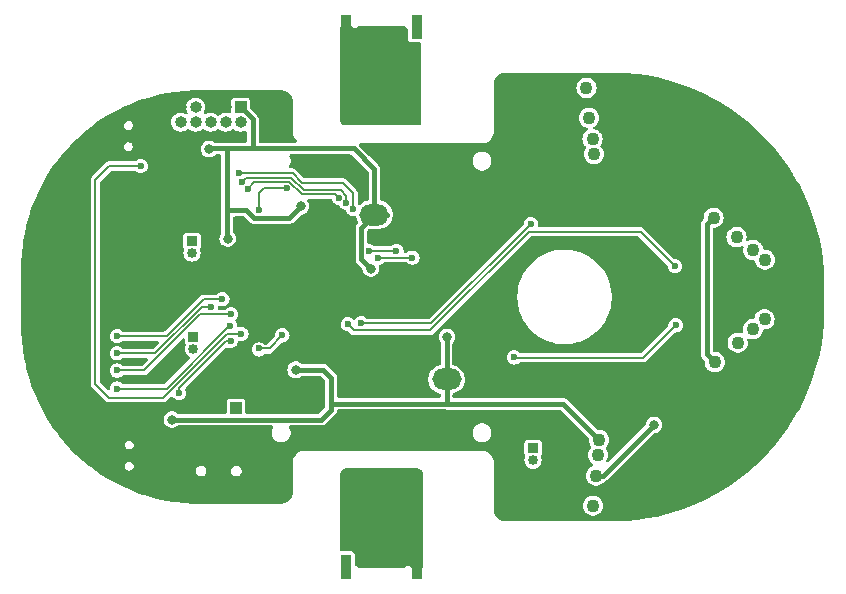
<source format=gbr>
%TF.GenerationSoftware,KiCad,Pcbnew,8.0.4-8.0.4-0~ubuntu22.04.1*%
%TF.CreationDate,2025-02-28T00:25:37+09:00*%
%TF.ProjectId,main,6d61696e-2e6b-4696-9361-645f70636258,rev?*%
%TF.SameCoordinates,Original*%
%TF.FileFunction,Copper,L2,Bot*%
%TF.FilePolarity,Positive*%
%FSLAX46Y46*%
G04 Gerber Fmt 4.6, Leading zero omitted, Abs format (unit mm)*
G04 Created by KiCad (PCBNEW 8.0.4-8.0.4-0~ubuntu22.04.1) date 2025-02-28 00:25:37*
%MOMM*%
%LPD*%
G01*
G04 APERTURE LIST*
%TA.AperFunction,ComponentPad*%
%ADD10C,1.100000*%
%TD*%
%TA.AperFunction,ComponentPad*%
%ADD11C,0.600000*%
%TD*%
%TA.AperFunction,SMDPad,CuDef*%
%ADD12R,0.900000X2.100000*%
%TD*%
%TA.AperFunction,SMDPad,CuDef*%
%ADD13R,0.700000X1.500000*%
%TD*%
%TA.AperFunction,ComponentPad*%
%ADD14O,1.000000X1.000000*%
%TD*%
%TA.AperFunction,ComponentPad*%
%ADD15R,1.000000X1.000000*%
%TD*%
%TA.AperFunction,ComponentPad*%
%ADD16O,0.850000X0.850000*%
%TD*%
%TA.AperFunction,ComponentPad*%
%ADD17R,0.850000X0.850000*%
%TD*%
%TA.AperFunction,ComponentPad*%
%ADD18O,2.500000X1.800000*%
%TD*%
%TA.AperFunction,ViaPad*%
%ADD19C,0.600000*%
%TD*%
%TA.AperFunction,ViaPad*%
%ADD20C,0.800000*%
%TD*%
%TA.AperFunction,Conductor*%
%ADD21C,0.200000*%
%TD*%
%TA.AperFunction,Conductor*%
%ADD22C,0.400000*%
%TD*%
G04 APERTURE END LIST*
D10*
%TO.P,D12,2,A*%
%TO.N,+3.3V*%
X179746376Y-82255334D03*
%TO.P,D12,1,K*%
%TO.N,Net-(D12-K)*%
X179525000Y-79725000D03*
%TD*%
%TO.P,D14,2,A*%
%TO.N,+3.3V*%
X192234315Y-92349509D03*
%TO.P,D14,1,K*%
%TO.N,Net-(D14-K)*%
X190288563Y-90716829D03*
%TD*%
%TO.P,D15,2,A*%
%TO.N,Net-(D14-K)*%
X190379248Y-102932680D03*
%TO.P,D15,1,K*%
%TO.N,Net-(D15-K)*%
X192325000Y-101300000D03*
%TD*%
%TO.P,Q1,2,E*%
%TO.N,Net-(Q1-E)*%
X194622879Y-94266339D03*
%TO.P,Q1,1,C*%
%TO.N,+3.3V*%
X193649999Y-93449999D03*
%TD*%
%TO.P,D13,2,A*%
%TO.N,Net-(D12-K)*%
X180089312Y-115090167D03*
%TO.P,D13,1,K*%
%TO.N,Net-(D13-K)*%
X180310688Y-112559833D03*
%TD*%
D11*
%TO.P,U4,13,GND_TP*%
%TO.N,GND*%
X142400000Y-96375000D03*
X142400000Y-97375000D03*
X142400000Y-98375000D03*
%TD*%
D12*
%TO.P,J2,4,Pin_4*%
%TO.N,/encoder_R/s_VDD*%
X159175000Y-120325000D03*
D13*
%TO.P,J2,1,Pin_1*%
%TO.N,/encoder_R/s_GND*%
X161175000Y-119625000D03*
X163175000Y-119625000D03*
D12*
X165175000Y-120325000D03*
%TD*%
D14*
%TO.P,J8,10,~{RESET}*%
%TO.N,NRST*%
X145160000Y-82625000D03*
%TO.P,J8,9,GNDDetect*%
%TO.N,GND*%
X145160001Y-81355000D03*
%TO.P,J8,8,NC/TDI*%
%TO.N,unconnected-(J8-NC{slash}TDI-Pad8)*%
X146430000Y-82625000D03*
%TO.P,J8,7,KEY*%
%TO.N,unconnected-(J8-KEY-Pad7)*%
X146430000Y-81355000D03*
%TO.P,J8,6,SWO/TDO*%
%TO.N,unconnected-(J8-SWO{slash}TDO-Pad6)*%
X147700000Y-82625000D03*
%TO.P,J8,5,GND*%
%TO.N,GND*%
X147700000Y-81355000D03*
%TO.P,J8,4,SWDCLK/TCK*%
%TO.N,SYS_JTCK_SWCLK*%
X148970000Y-82625000D03*
%TO.P,J8,3,GND*%
%TO.N,GND*%
X148969999Y-81355000D03*
%TO.P,J8,2,SWDIO/TMS*%
%TO.N,SYS_JTMS_SWDIO*%
X150240000Y-82625001D03*
D15*
%TO.P,J8,1,VTref*%
%TO.N,+3.3V*%
X150240000Y-81355000D03*
%TD*%
D10*
%TO.P,Q4,2,E*%
%TO.N,Net-(Q4-E)*%
X193627124Y-100141340D03*
%TO.P,Q4,1,C*%
%TO.N,+3.3V*%
X194600000Y-99325000D03*
%TD*%
%TO.P,Q5,2,E*%
%TO.N,Net-(Q5-E)*%
X180146376Y-85330335D03*
%TO.P,Q5,1,C*%
%TO.N,+3.3V*%
X180035688Y-84065167D03*
%TD*%
D14*
%TO.P,J5,2,Pin_2*%
%TO.N,GND*%
X149850000Y-105579999D03*
D15*
%TO.P,J5,1,Pin_1*%
%TO.N,Net-(J5-Pin_1)*%
X149850000Y-106850000D03*
%TD*%
D16*
%TO.P,J9,2,Pin_2*%
%TO.N,Net-(J9-Pin_2)*%
X175000000Y-111250000D03*
D17*
%TO.P,J9,1,Pin_1*%
%TO.N,+BATT*%
X175000000Y-110250000D03*
%TD*%
D10*
%TO.P,Q6,2,E*%
%TO.N,Net-(Q6-E)*%
X180489311Y-110790168D03*
%TO.P,Q6,1,C*%
%TO.N,+3.3V*%
X180600001Y-109525000D03*
%TD*%
D16*
%TO.P,J4,2,Pin_2*%
%TO.N,Net-(J4-Pin_2)*%
X146125000Y-93700000D03*
D17*
%TO.P,J4,1,Pin_1*%
%TO.N,Net-(J4-Pin_1)*%
X146125000Y-92700000D03*
%TD*%
D16*
%TO.P,J3,2,Pin_2*%
%TO.N,Net-(J3-Pin_2)*%
X146250000Y-101825000D03*
D17*
%TO.P,J3,1,Pin_1*%
%TO.N,Net-(J3-Pin_1)*%
X146250000Y-100825000D03*
%TD*%
D18*
%TO.P,J1,4,Pin_4*%
%TO.N,GND*%
X161674600Y-104400000D03*
%TO.P,J1,1,Pin_1*%
%TO.N,+3.3V*%
X167674600Y-104400000D03*
%TD*%
D12*
%TO.P,J7,4,Pin_4*%
%TO.N,/encoder_L/s_VDD*%
X165175000Y-74525000D03*
D13*
%TO.P,J7,1,Pin_1*%
%TO.N,/encoder_L/s_GND*%
X163175000Y-75225000D03*
X161175000Y-75225000D03*
D12*
X159175000Y-74525000D03*
%TD*%
D18*
%TO.P,J6,4,Pin_4*%
%TO.N,GND*%
X167575400Y-90450000D03*
%TO.P,J6,1,Pin_1*%
%TO.N,+3.3V*%
X161575400Y-90450000D03*
%TD*%
D19*
%TO.N,NRST*%
X141775000Y-86350000D03*
X150307124Y-100563733D03*
%TO.N,GND*%
X151399999Y-106900002D03*
X138850000Y-99925000D03*
X159380000Y-85770000D03*
X150250000Y-104650000D03*
X183870000Y-106090000D03*
X196600000Y-107125000D03*
X154225000Y-83950000D03*
X186365000Y-104775000D03*
X143050000Y-112200000D03*
X152350000Y-94975000D03*
X186250000Y-99175000D03*
X142700000Y-81000000D03*
X145875000Y-84750000D03*
X162200000Y-109975000D03*
X158175000Y-103250000D03*
X171840000Y-103690000D03*
X147325000Y-85900000D03*
X142100000Y-106800000D03*
X173700000Y-86740000D03*
X195450000Y-104275000D03*
X174880000Y-83490000D03*
X180425000Y-78950000D03*
X173900000Y-110725000D03*
X183890000Y-104510000D03*
X162550000Y-88825000D03*
X183400000Y-98725000D03*
X195522125Y-100196340D03*
X186490000Y-107300000D03*
X189040000Y-107300000D03*
X166525000Y-91650000D03*
X194775000Y-93147500D03*
X155875000Y-87125000D03*
X172900000Y-91975000D03*
X132175000Y-93525000D03*
X161825000Y-97275000D03*
X172125000Y-82550000D03*
X173730000Y-82550000D03*
X164310000Y-93280000D03*
X144625000Y-112175000D03*
X190275000Y-81425000D03*
X167925000Y-86850000D03*
X185125000Y-79300000D03*
X173750000Y-105625000D03*
X177800000Y-88640000D03*
X148200000Y-86975000D03*
X138825000Y-102925000D03*
X152175000Y-83950000D03*
X179510688Y-81015167D03*
X175025000Y-116000000D03*
X186225000Y-92750000D03*
X188800000Y-102650000D03*
X178170000Y-108690000D03*
X151675000Y-103325000D03*
X164590000Y-89475000D03*
X137600000Y-110850000D03*
X188875000Y-98150000D03*
X135725000Y-100000000D03*
X135750000Y-101475000D03*
X168725000Y-98925000D03*
X138825000Y-101475000D03*
X198250000Y-103225000D03*
X178144833Y-86035691D03*
X177750000Y-91110000D03*
X155525000Y-94944669D03*
X169625000Y-95250000D03*
X177460000Y-104590000D03*
X192922125Y-98871340D03*
X137575000Y-83800000D03*
X155200000Y-108700000D03*
X141975000Y-100025000D03*
X169125000Y-105650000D03*
X161110000Y-84850000D03*
X160650000Y-88800000D03*
X140200000Y-106850000D03*
X192275000Y-87200000D03*
X156850000Y-104700000D03*
X155500000Y-91625000D03*
X175750000Y-112400000D03*
X168725000Y-100525000D03*
X193547125Y-101396340D03*
X188850000Y-92349999D03*
X169325000Y-108750000D03*
X183940000Y-108220000D03*
X183400000Y-91025000D03*
X177820000Y-112400000D03*
X173025000Y-108775000D03*
X139425000Y-98000000D03*
X144125000Y-106775000D03*
X192500000Y-93947500D03*
X167925000Y-88425000D03*
X179135000Y-86000003D03*
X153875000Y-80650000D03*
X159550000Y-97525000D03*
X132125000Y-100700000D03*
X135775000Y-102950000D03*
X191300000Y-91474999D03*
X141975000Y-102875000D03*
X184910000Y-112525000D03*
X181250000Y-103275000D03*
X188875000Y-96575000D03*
X175025000Y-113950000D03*
X140550000Y-100025000D03*
X183425000Y-92750000D03*
X172550000Y-78925000D03*
X162175000Y-108750000D03*
X134150000Y-106000000D03*
X188775000Y-83675000D03*
X175425000Y-78900000D03*
X143950000Y-109675000D03*
X151625000Y-110050000D03*
X191447125Y-102296340D03*
X172125000Y-113200000D03*
X164600000Y-91050000D03*
X195700000Y-93147500D03*
X142075000Y-101400000D03*
X135700000Y-93300000D03*
X144500000Y-95800000D03*
X142000000Y-104400000D03*
X138600000Y-112025000D03*
X186490000Y-108350000D03*
X182250000Y-80950000D03*
X144950000Y-92000000D03*
X148330000Y-80480000D03*
X138775000Y-87900000D03*
X185450000Y-111425000D03*
X181020000Y-86230000D03*
X154050000Y-114325000D03*
X186350000Y-86750000D03*
X137050000Y-88625000D03*
X139500000Y-108650000D03*
X151505000Y-80605000D03*
X177900000Y-115925000D03*
X164744999Y-105400001D03*
X156950000Y-106575000D03*
X173300000Y-100525000D03*
X186525000Y-89375000D03*
X152675000Y-106900000D03*
X142325000Y-85225000D03*
X178185688Y-79640167D03*
X192875000Y-95822500D03*
X172350000Y-96200000D03*
X137225000Y-96250000D03*
X150275000Y-94975000D03*
X188925000Y-94950000D03*
X169375000Y-90450000D03*
X165875000Y-95675000D03*
X178550000Y-106120000D03*
X173750000Y-88500000D03*
X176050000Y-90350000D03*
X167400000Y-84825000D03*
X155000000Y-85750000D03*
X164675000Y-97475000D03*
X176125000Y-110775000D03*
X135775000Y-104425000D03*
X186100000Y-101925000D03*
X188425000Y-86675000D03*
X181400000Y-115175000D03*
X154150000Y-82225000D03*
X183600000Y-113275000D03*
X176725000Y-82625000D03*
X180275000Y-101725000D03*
X158800000Y-105550000D03*
X138850000Y-104425000D03*
X191225000Y-110850000D03*
X162525000Y-86875000D03*
X161675000Y-103150000D03*
X137875000Y-105900000D03*
X188940000Y-104500000D03*
X164675000Y-103050000D03*
X157350000Y-89500000D03*
X166929999Y-97920001D03*
X180700000Y-83025000D03*
X186150000Y-95300000D03*
X160525000Y-86925000D03*
X149475000Y-102025000D03*
X137200000Y-98400000D03*
X150650000Y-109025000D03*
X176325000Y-103450000D03*
X191925000Y-107825000D03*
X148950000Y-111850000D03*
X165850000Y-92925000D03*
X143700000Y-103650000D03*
X149475000Y-102750000D03*
X179550000Y-113620000D03*
X143700000Y-85225000D03*
X142950000Y-87050000D03*
X174475000Y-107300000D03*
X147649999Y-104650002D03*
X176125000Y-107825000D03*
X183500000Y-87325000D03*
X145975000Y-108575000D03*
X135675000Y-91825000D03*
X154950000Y-104662500D03*
X134250000Y-87325000D03*
X178810000Y-83520000D03*
D20*
X146150000Y-111525000D03*
D19*
X198225000Y-91250000D03*
X189000000Y-89350000D03*
X169450000Y-103675000D03*
X143425000Y-95250000D03*
X145275000Y-95250000D03*
X183300000Y-101800000D03*
X148600000Y-106075000D03*
X175980000Y-86200000D03*
X191350000Y-112825000D03*
X176830000Y-87650000D03*
X195500000Y-91397500D03*
X184250000Y-115675000D03*
X155525000Y-98075000D03*
X143525000Y-108725000D03*
X138425000Y-85800000D03*
X140950000Y-95250000D03*
X154875000Y-106900000D03*
X179425000Y-111625000D03*
X134127500Y-98600000D03*
X158800000Y-94925000D03*
X150400000Y-90850000D03*
X151850000Y-114300000D03*
X152000000Y-112175000D03*
X140975000Y-92625000D03*
X176830000Y-84675000D03*
X162775000Y-105600000D03*
X175825000Y-92825000D03*
X144155000Y-83905000D03*
X181069833Y-88210691D03*
X136850000Y-91800000D03*
X134155000Y-90225000D03*
X161575000Y-98825000D03*
X175300000Y-101725000D03*
X145675000Y-114425000D03*
X150125001Y-93019668D03*
X134325000Y-107775000D03*
X166350000Y-105625000D03*
X190575000Y-93297500D03*
X152150000Y-82225000D03*
X196600000Y-87750000D03*
X181300000Y-108525000D03*
X174940000Y-84975000D03*
X151300000Y-100675000D03*
X184350000Y-100250000D03*
X137250000Y-93300000D03*
X134150000Y-96225000D03*
X172675000Y-115350000D03*
X148175000Y-108775000D03*
X195522125Y-98296340D03*
D20*
%TO.N,+3.3V*%
X161250000Y-95025000D03*
X149150000Y-92475000D03*
X154900000Y-103587500D03*
X155350000Y-89750000D03*
X147575000Y-84900000D03*
X167720580Y-100800000D03*
X144420000Y-107805000D03*
D19*
%TO.N,/encoder_R/s_GND*%
X163550000Y-114175000D03*
X159440000Y-113515000D03*
X165025000Y-118850000D03*
X160825000Y-117825000D03*
X162075000Y-115450000D03*
X162600000Y-117950000D03*
X163525000Y-116950000D03*
X164315000Y-114690000D03*
X162175000Y-119675000D03*
X161000000Y-112875000D03*
X163049998Y-112865000D03*
X159850000Y-118525000D03*
X160475000Y-114025000D03*
X159200000Y-112400000D03*
X164175000Y-119675000D03*
X160525000Y-116925000D03*
X160250000Y-119700000D03*
X165175000Y-112400000D03*
%TO.N,/encoder_L/s_GND*%
X164125000Y-76212500D03*
X163575000Y-80700000D03*
X165150000Y-82475000D03*
X160125000Y-75225000D03*
X160575000Y-77850000D03*
X159175000Y-82425000D03*
X159125000Y-79125000D03*
X160600000Y-80575000D03*
X162175000Y-75250000D03*
X162050000Y-79312500D03*
X159865000Y-80077500D03*
X164250000Y-77900000D03*
X160965000Y-81927500D03*
X159150000Y-76275000D03*
X161425000Y-76875000D03*
X163175000Y-81775000D03*
X164075000Y-75250000D03*
X164640000Y-81302500D03*
%TO.N,USER_SW*%
X149388909Y-101175000D03*
X145050000Y-105575000D03*
D20*
%TO.N,Net-(D13-K)*%
X185240000Y-108250000D03*
D19*
%TO.N,IR_RCV_FL*%
X159320191Y-99729809D03*
X187025000Y-94825000D03*
%TO.N,USER_SPEAKER*%
X154150000Y-88225000D03*
X151800000Y-90075000D03*
%TO.N,IR_RCV_FR*%
X187075000Y-99825000D03*
X173411091Y-102538909D03*
%TO.N,IR_RCV_SL*%
X174802500Y-91247500D03*
X160448591Y-99651409D03*
%TO.N,BAT_VOL*%
X153775000Y-100677234D03*
X151825000Y-101750000D03*
%TO.N,USER_LED1*%
X159775000Y-89975000D03*
X150123275Y-86942528D03*
%TO.N,USER_LED2*%
X159200000Y-89474063D03*
X150323275Y-87692528D03*
%TO.N,USER_LED3*%
X158581313Y-89050116D03*
X150825000Y-88250000D03*
%TO.N,USER_LED7*%
X148700000Y-97625000D03*
X139800000Y-100750000D03*
%TO.N,USER_LED8*%
X139800000Y-102200000D03*
X147700000Y-98250000D03*
%TO.N,SPI_SCLK*%
X161125000Y-93525000D03*
X163436397Y-93513603D03*
%TO.N,SPI_CS_IMU*%
X164787806Y-94087194D03*
X161875000Y-94100000D03*
%TO.N,USER_LED9*%
X149405899Y-98890158D03*
X139775000Y-103650000D03*
%TO.N,USER_LED10*%
X139775000Y-105175000D03*
X149325000Y-99850000D03*
%TD*%
D21*
%TO.N,BAT_VOL*%
X151825000Y-101750000D02*
X152702234Y-101750000D01*
X152702234Y-101750000D02*
X153775000Y-100677234D01*
%TO.N,NRST*%
X139075000Y-105950000D02*
X143694974Y-105950000D01*
X149081241Y-100563733D02*
X150307124Y-100563733D01*
X143694974Y-105950000D02*
X149081241Y-100563733D01*
X141775000Y-86350000D02*
X139100000Y-86350000D01*
X137950000Y-104825000D02*
X139075000Y-105950000D01*
X139100000Y-86350000D02*
X137950000Y-87500000D01*
X137950000Y-87500000D02*
X137950000Y-104825000D01*
D22*
%TO.N,+3.3V*%
X157212500Y-103587500D02*
X157900000Y-104275000D01*
X167720580Y-100800000D02*
X167674600Y-100845980D01*
X147625000Y-84850000D02*
X147575000Y-84900000D01*
X158470000Y-84850000D02*
X159800000Y-84850000D01*
X162630000Y-90450000D02*
X161575400Y-90450000D01*
X160475000Y-91550400D02*
X161575400Y-90450000D01*
X150725000Y-90100000D02*
X151350000Y-90725000D01*
X157900000Y-106275000D02*
X157900000Y-106975000D01*
X157900000Y-106975000D02*
X157070000Y-107805000D01*
X149075000Y-84850000D02*
X147625000Y-84850000D01*
X177550001Y-106475000D02*
X167774600Y-106475000D01*
X151255761Y-84850000D02*
X149075000Y-84850000D01*
X167599600Y-106450000D02*
X167674600Y-106375000D01*
X180600001Y-109525000D02*
X177550001Y-106475000D01*
X151255761Y-84850000D02*
X158470000Y-84850000D01*
X154375000Y-90725000D02*
X155350000Y-89750000D01*
X149100000Y-91725000D02*
X149100000Y-84875000D01*
X149100000Y-91725000D02*
X149100000Y-90100000D01*
X157900000Y-104275000D02*
X157900000Y-106275000D01*
X167674600Y-104400000D02*
X167674600Y-106375000D01*
X154900000Y-103587500D02*
X157212500Y-103587500D01*
X151350000Y-90725000D02*
X154375000Y-90725000D01*
X149100000Y-84875000D02*
X149075000Y-84850000D01*
X151255761Y-82370761D02*
X151255761Y-84850000D01*
X167674600Y-100845980D02*
X167674600Y-104400000D01*
X167774600Y-106475000D02*
X167674600Y-106375000D01*
X149100000Y-90100000D02*
X150725000Y-90100000D01*
X150240000Y-81355000D02*
X151255761Y-82370761D01*
X160475000Y-94250000D02*
X160475000Y-91550400D01*
X157070000Y-107805000D02*
X144420000Y-107805000D01*
X149100000Y-92425000D02*
X149150000Y-92475000D01*
X159800000Y-84850000D02*
X161575400Y-86625400D01*
X149100000Y-91725000D02*
X149100000Y-92425000D01*
X161250000Y-95025000D02*
X160475000Y-94250000D01*
X158075000Y-106450000D02*
X157900000Y-106275000D01*
X161575400Y-86625400D02*
X161575400Y-89625000D01*
X158075000Y-106450000D02*
X167599600Y-106450000D01*
%TO.N,/encoder_R/s_GND*%
X163125000Y-119675000D02*
X163175000Y-119625000D01*
X161100000Y-119700000D02*
X161175000Y-119625000D01*
X164125000Y-119625000D02*
X164175000Y-119675000D01*
X163175000Y-119625000D02*
X164125000Y-119625000D01*
X162175000Y-119675000D02*
X163125000Y-119675000D01*
X164525000Y-119675000D02*
X165175000Y-120325000D01*
X160250000Y-119700000D02*
X161100000Y-119700000D01*
X164175000Y-119675000D02*
X164525000Y-119675000D01*
X161175000Y-119625000D02*
X162125000Y-119625000D01*
X162125000Y-119625000D02*
X162175000Y-119675000D01*
%TO.N,/encoder_L/s_GND*%
X162150000Y-75225000D02*
X162175000Y-75250000D01*
X159150000Y-76275000D02*
X159150000Y-74550000D01*
X161175000Y-75225000D02*
X160125000Y-75225000D01*
X163175000Y-75225000D02*
X164050000Y-75225000D01*
X159875000Y-75225000D02*
X159175000Y-74525000D01*
X163150000Y-75250000D02*
X163175000Y-75225000D01*
X159150000Y-74550000D02*
X159175000Y-74525000D01*
X160125000Y-75225000D02*
X159875000Y-75225000D01*
X161175000Y-75225000D02*
X162150000Y-75225000D01*
X162175000Y-75250000D02*
X163150000Y-75250000D01*
X164050000Y-75225000D02*
X164075000Y-75250000D01*
D21*
%TO.N,USER_SW*%
X148964948Y-101175000D02*
X149388909Y-101175000D01*
X145050000Y-105575000D02*
X145050000Y-105089948D01*
X145050000Y-105089948D02*
X148964948Y-101175000D01*
D22*
%TO.N,Net-(D13-K)*%
X180940167Y-112559833D02*
X180310688Y-112559833D01*
X185240000Y-108250000D02*
X185240000Y-108260000D01*
X185240000Y-108260000D02*
X180940167Y-112559833D01*
%TO.N,Net-(D14-K)*%
X189725000Y-102278432D02*
X190379248Y-102932680D01*
X189725000Y-91650000D02*
X189725000Y-102050000D01*
X189725000Y-91650000D02*
X189725000Y-91280392D01*
X189725000Y-102050000D02*
X189725000Y-102278432D01*
X189725000Y-91280392D02*
X190288563Y-90716829D01*
D21*
%TO.N,IR_RCV_FL*%
X184100000Y-91900000D02*
X187025000Y-94825000D01*
X174644974Y-91900000D02*
X184100000Y-91900000D01*
X166294974Y-100250000D02*
X174644974Y-91900000D01*
X159320191Y-99729809D02*
X159840382Y-100250000D01*
X159840382Y-100250000D02*
X166294974Y-100250000D01*
%TO.N,USER_SPEAKER*%
X152225000Y-88225000D02*
X151800000Y-88650000D01*
X151800000Y-88650000D02*
X151800000Y-90075000D01*
X154150000Y-88225000D02*
X152225000Y-88225000D01*
%TO.N,IR_RCV_FR*%
X173411091Y-102538909D02*
X173422182Y-102550000D01*
X173422182Y-102550000D02*
X184350000Y-102550000D01*
X184350000Y-102550000D02*
X187075000Y-99825000D01*
%TO.N,IR_RCV_SL*%
X166398591Y-99651409D02*
X160448591Y-99651409D01*
X174802500Y-91247500D02*
X166398591Y-99651409D01*
%TO.N,USER_LED1*%
X158889878Y-87772220D02*
X159775000Y-88657342D01*
X159775000Y-88657342D02*
X159775000Y-89975000D01*
X155464987Y-87772220D02*
X158889878Y-87772220D01*
X154635295Y-86942528D02*
X155464987Y-87772220D01*
X150123275Y-86942528D02*
X154635295Y-86942528D01*
%TO.N,USER_LED2*%
X150690803Y-87325000D02*
X150323275Y-87692528D01*
X155572793Y-88375000D02*
X154522793Y-87325000D01*
X159200000Y-89474063D02*
X159200000Y-88869364D01*
X154522793Y-87325000D02*
X150690803Y-87325000D01*
X159200000Y-88869364D02*
X158705636Y-88375000D01*
X158705636Y-88375000D02*
X155572793Y-88375000D01*
%TO.N,USER_LED3*%
X158256197Y-88725000D02*
X155427818Y-88725000D01*
X154377818Y-87675000D02*
X151400000Y-87675000D01*
X158581313Y-89050116D02*
X158256197Y-88725000D01*
X151400000Y-87675000D02*
X150825000Y-88250000D01*
X155427818Y-88725000D02*
X154377818Y-87675000D01*
%TO.N,USER_LED7*%
X139800000Y-100750000D02*
X143975000Y-100750000D01*
X143975000Y-100750000D02*
X147100000Y-97625000D01*
X147100000Y-97625000D02*
X148700000Y-97625000D01*
%TO.N,USER_LED8*%
X139800000Y-102200000D02*
X143019974Y-102200000D01*
X146969974Y-98250000D02*
X147700000Y-98250000D01*
X143019974Y-102200000D02*
X146969974Y-98250000D01*
%TO.N,SPI_SCLK*%
X163425000Y-93525000D02*
X163436397Y-93513603D01*
X161125000Y-93525000D02*
X163425000Y-93525000D01*
%TO.N,SPI_CS_IMU*%
X164787806Y-94087194D02*
X164775000Y-94100000D01*
X164775000Y-94100000D02*
X161875000Y-94100000D01*
%TO.N,USER_LED9*%
X142064948Y-103650000D02*
X146824790Y-98890158D01*
X146824790Y-98890158D02*
X149405899Y-98890158D01*
X139775000Y-103650000D02*
X142064948Y-103650000D01*
%TO.N,USER_LED10*%
X149300000Y-99850000D02*
X149325000Y-99850000D01*
X143975000Y-105175000D02*
X149300000Y-99850000D01*
X139775000Y-105175000D02*
X143975000Y-105175000D01*
%TD*%
%TA.AperFunction,Conductor*%
%TO.N,/encoder_R/s_GND*%
G36*
X165329294Y-111950919D02*
G01*
X165351398Y-111956841D01*
X165381303Y-111969228D01*
X165466556Y-112018450D01*
X165492236Y-112038155D01*
X165561845Y-112107764D01*
X165581551Y-112133445D01*
X165630768Y-112218692D01*
X165643156Y-112248598D01*
X165669167Y-112345670D01*
X165673326Y-112373718D01*
X165674934Y-112422974D01*
X165675000Y-112427020D01*
X165675000Y-120276000D01*
X165655315Y-120343039D01*
X165602511Y-120388794D01*
X165551000Y-120400000D01*
X164800222Y-120400000D01*
X164799744Y-120399999D01*
X164799280Y-120399997D01*
X164765322Y-120399865D01*
X164698360Y-120379920D01*
X164652811Y-120326938D01*
X164651273Y-120323386D01*
X164635189Y-120284556D01*
X164565444Y-120214810D01*
X164502047Y-120188550D01*
X164474318Y-120177064D01*
X164474317Y-120177064D01*
X164375683Y-120177064D01*
X164375681Y-120177064D01*
X164284555Y-120214810D01*
X164214812Y-120284554D01*
X164199845Y-120320688D01*
X164156003Y-120375091D01*
X164089709Y-120397155D01*
X164084804Y-120397233D01*
X160258106Y-120382434D01*
X160191144Y-120362490D01*
X160145593Y-120309510D01*
X160144024Y-120305886D01*
X160135189Y-120284556D01*
X160065443Y-120214810D01*
X160002046Y-120188550D01*
X159947642Y-120144708D01*
X159925578Y-120078414D01*
X159925499Y-120073989D01*
X159925499Y-119230143D01*
X159925499Y-119230136D01*
X159925497Y-119230117D01*
X159922586Y-119205012D01*
X159922585Y-119205010D01*
X159922585Y-119205009D01*
X159877206Y-119102235D01*
X159797765Y-119022794D01*
X159694992Y-118977415D01*
X159669868Y-118974500D01*
X158799000Y-118974500D01*
X158731961Y-118954815D01*
X158686206Y-118902011D01*
X158675000Y-118850500D01*
X158675000Y-112427020D01*
X158675066Y-112422977D01*
X158676673Y-112373721D01*
X158676674Y-112373718D01*
X158676673Y-112373717D01*
X158680832Y-112345670D01*
X158706843Y-112248598D01*
X158719229Y-112218696D01*
X158768451Y-112133440D01*
X158788154Y-112107764D01*
X158857766Y-112038152D01*
X158883439Y-112018452D01*
X158968699Y-111969227D01*
X158998601Y-111956841D01*
X159013389Y-111952879D01*
X159020707Y-111950919D01*
X159052796Y-111946695D01*
X165297204Y-111946695D01*
X165329294Y-111950919D01*
G37*
%TD.AperFunction*%
%TD*%
%TA.AperFunction,Conductor*%
%TO.N,/encoder_L/s_GND*%
G36*
X159660528Y-74491380D02*
G01*
X159706283Y-74544184D01*
X159708036Y-74548209D01*
X159715096Y-74565253D01*
X159784746Y-74634903D01*
X159875749Y-74672597D01*
X159974247Y-74672597D01*
X159974249Y-74672597D01*
X160065252Y-74634903D01*
X160134902Y-74565253D01*
X160141949Y-74548239D01*
X160185790Y-74493838D01*
X160252084Y-74471774D01*
X160256509Y-74471695D01*
X164093125Y-74471695D01*
X164160164Y-74491380D01*
X164205919Y-74544184D01*
X164207681Y-74548230D01*
X164214811Y-74565444D01*
X164284556Y-74635189D01*
X164347954Y-74661449D01*
X164402357Y-74705290D01*
X164424422Y-74771584D01*
X164424501Y-74776010D01*
X164424501Y-75619856D01*
X164424502Y-75619882D01*
X164427413Y-75644987D01*
X164427415Y-75644991D01*
X164472793Y-75747764D01*
X164472794Y-75747765D01*
X164552235Y-75827206D01*
X164655009Y-75872585D01*
X164680135Y-75875500D01*
X165415473Y-75875499D01*
X165482512Y-75895183D01*
X165528267Y-75947987D01*
X165539473Y-75999499D01*
X165539473Y-82713518D01*
X165519788Y-82780557D01*
X165503150Y-82801203D01*
X165492350Y-82812002D01*
X165466673Y-82831704D01*
X165381379Y-82880949D01*
X165351473Y-82893336D01*
X165330042Y-82899079D01*
X165297950Y-82903304D01*
X159052055Y-82903304D01*
X159019963Y-82899079D01*
X158998529Y-82893336D01*
X158968621Y-82880948D01*
X158883325Y-82831702D01*
X158857644Y-82811996D01*
X158788003Y-82742355D01*
X158768297Y-82716674D01*
X158766475Y-82713518D01*
X158719049Y-82631374D01*
X158706665Y-82601476D01*
X158680687Y-82504524D01*
X158676518Y-82476122D01*
X158675055Y-82426849D01*
X158675000Y-82423168D01*
X158675000Y-74595695D01*
X158694685Y-74528656D01*
X158747489Y-74482901D01*
X158799000Y-74471695D01*
X159593489Y-74471695D01*
X159660528Y-74491380D01*
G37*
%TD.AperFunction*%
%TD*%
%TA.AperFunction,Conductor*%
%TO.N,GND*%
G36*
X181675336Y-78425001D02*
G01*
X182100858Y-78427532D01*
X182105964Y-78427669D01*
X182956356Y-78468178D01*
X182962205Y-78468596D01*
X183719869Y-78540945D01*
X183809314Y-78549486D01*
X183815174Y-78550187D01*
X184657477Y-78671291D01*
X184663238Y-78672260D01*
X185498812Y-78833304D01*
X185504570Y-78834556D01*
X185822447Y-78911672D01*
X186331542Y-79035177D01*
X186337243Y-79036705D01*
X187153716Y-79276444D01*
X187159312Y-79278233D01*
X187963466Y-79556552D01*
X187968955Y-79558599D01*
X188758983Y-79874879D01*
X188764406Y-79877202D01*
X188820473Y-79902807D01*
X189538413Y-80230679D01*
X189543721Y-80233256D01*
X190300099Y-80623197D01*
X190305257Y-80626014D01*
X190823118Y-80925001D01*
X191042190Y-81051482D01*
X191047229Y-81054554D01*
X191763087Y-81514608D01*
X191767962Y-81517907D01*
X192097640Y-81752670D01*
X192461106Y-82011493D01*
X192465831Y-82015029D01*
X193134731Y-82541057D01*
X193139282Y-82544815D01*
X193782372Y-83102056D01*
X193786739Y-83106026D01*
X194402588Y-83693237D01*
X194406761Y-83697410D01*
X194993972Y-84313259D01*
X194997942Y-84317626D01*
X195555183Y-84960717D01*
X195558941Y-84965268D01*
X196084970Y-85634167D01*
X196088506Y-85638892D01*
X196582083Y-86332023D01*
X196585391Y-86336911D01*
X197045445Y-87052769D01*
X197048517Y-87057808D01*
X197473979Y-87794730D01*
X197476808Y-87799910D01*
X197866737Y-88556268D01*
X197869315Y-88561576D01*
X198222799Y-89335597D01*
X198225123Y-89341023D01*
X198541388Y-90131016D01*
X198543450Y-90136546D01*
X198821764Y-90940680D01*
X198823561Y-90946301D01*
X199063293Y-91762755D01*
X199064821Y-91768456D01*
X199265442Y-92595424D01*
X199266696Y-92601191D01*
X199427733Y-93436731D01*
X199428712Y-93442551D01*
X199549812Y-94284824D01*
X199550513Y-94290684D01*
X199631401Y-95137774D01*
X199631822Y-95143661D01*
X199672329Y-95994006D01*
X199672467Y-95999168D01*
X199674998Y-96424661D01*
X199675000Y-96425399D01*
X199675000Y-98424598D01*
X199674998Y-98425336D01*
X199672466Y-98850830D01*
X199672328Y-98855992D01*
X199631821Y-99706337D01*
X199631400Y-99712224D01*
X199550512Y-100559314D01*
X199549811Y-100565174D01*
X199428712Y-101407447D01*
X199427733Y-101413267D01*
X199266695Y-102248807D01*
X199265441Y-102254574D01*
X199064821Y-103081542D01*
X199063293Y-103087243D01*
X198823558Y-103903704D01*
X198821761Y-103909325D01*
X198543453Y-104713445D01*
X198541391Y-104718975D01*
X198225119Y-105508983D01*
X198222795Y-105514408D01*
X197869319Y-106288413D01*
X197866741Y-106293722D01*
X197476807Y-107050088D01*
X197473978Y-107055268D01*
X197048510Y-107792199D01*
X197045438Y-107797238D01*
X196585396Y-108513078D01*
X196582088Y-108517966D01*
X196088505Y-109211106D01*
X196084969Y-109215831D01*
X195558941Y-109884730D01*
X195555183Y-109889281D01*
X194997942Y-110532372D01*
X194993972Y-110536739D01*
X194406761Y-111152588D01*
X194402588Y-111156761D01*
X193786739Y-111743972D01*
X193782372Y-111747942D01*
X193139281Y-112305183D01*
X193134730Y-112308941D01*
X192465831Y-112834969D01*
X192461106Y-112838505D01*
X191767966Y-113332088D01*
X191763078Y-113335396D01*
X191047238Y-113795438D01*
X191042199Y-113798510D01*
X190305268Y-114223978D01*
X190300088Y-114226807D01*
X189543722Y-114616741D01*
X189538413Y-114619319D01*
X188764408Y-114972795D01*
X188758983Y-114975119D01*
X187968975Y-115291391D01*
X187963445Y-115293453D01*
X187159325Y-115571761D01*
X187153704Y-115573558D01*
X186337243Y-115813293D01*
X186331542Y-115814821D01*
X185504574Y-116015441D01*
X185498807Y-116016695D01*
X184663267Y-116177733D01*
X184657447Y-116178712D01*
X183815174Y-116299811D01*
X183809314Y-116300512D01*
X182962224Y-116381400D01*
X182956337Y-116381821D01*
X182105992Y-116422328D01*
X182100830Y-116422466D01*
X181675336Y-116424998D01*
X181674598Y-116425000D01*
X172676439Y-116425000D01*
X172673602Y-116424968D01*
X172670959Y-116424907D01*
X172587503Y-116422997D01*
X172566150Y-116420646D01*
X172395947Y-116386791D01*
X172372685Y-116379735D01*
X172213668Y-116313867D01*
X172192231Y-116302408D01*
X172049126Y-116206789D01*
X172030335Y-116191368D01*
X171908631Y-116069664D01*
X171893210Y-116050873D01*
X171797591Y-115907768D01*
X171786132Y-115886331D01*
X171720261Y-115727307D01*
X171713210Y-115704059D01*
X171679352Y-115533845D01*
X171677002Y-115512496D01*
X171675031Y-115426397D01*
X171674999Y-115423559D01*
X171674999Y-115090167D01*
X179234127Y-115090167D01*
X179252815Y-115267972D01*
X179252816Y-115267974D01*
X179308059Y-115437996D01*
X179308062Y-115438002D01*
X179397453Y-115592832D01*
X179409996Y-115606762D01*
X179517076Y-115725688D01*
X179517079Y-115725690D01*
X179517082Y-115725693D01*
X179661719Y-115830779D01*
X179825045Y-115903496D01*
X179999921Y-115940667D01*
X179999922Y-115940667D01*
X180178701Y-115940667D01*
X180178703Y-115940667D01*
X180353579Y-115903496D01*
X180516905Y-115830779D01*
X180661542Y-115725693D01*
X180681022Y-115704059D01*
X180687460Y-115696908D01*
X180781171Y-115592832D01*
X180870562Y-115438002D01*
X180925809Y-115267970D01*
X180944497Y-115090167D01*
X180925809Y-114912364D01*
X180870562Y-114742332D01*
X180781171Y-114587502D01*
X180714743Y-114513726D01*
X180661547Y-114454645D01*
X180661544Y-114454643D01*
X180661543Y-114454642D01*
X180661542Y-114454641D01*
X180516905Y-114349555D01*
X180353579Y-114276838D01*
X180353577Y-114276837D01*
X180225906Y-114249700D01*
X180178703Y-114239667D01*
X179999921Y-114239667D01*
X179969266Y-114246182D01*
X179825045Y-114276837D01*
X179825040Y-114276839D01*
X179661720Y-114349554D01*
X179517080Y-114454642D01*
X179397452Y-114587503D01*
X179308062Y-114742331D01*
X179308059Y-114742337D01*
X179252816Y-114912359D01*
X179252815Y-114912361D01*
X179234127Y-115090167D01*
X171674999Y-115090167D01*
X171674999Y-111425021D01*
X171674999Y-111425000D01*
X171672750Y-111326730D01*
X171657487Y-111249996D01*
X174269909Y-111249996D01*
X174269909Y-111250003D01*
X174288212Y-111412455D01*
X174342210Y-111566774D01*
X174365285Y-111603497D01*
X174429192Y-111705204D01*
X174544796Y-111820808D01*
X174683225Y-111907789D01*
X174837539Y-111961786D01*
X174837542Y-111961786D01*
X174837544Y-111961787D01*
X174999996Y-111980091D01*
X175000000Y-111980091D01*
X175000004Y-111980091D01*
X175162455Y-111961787D01*
X175162456Y-111961786D01*
X175162461Y-111961786D01*
X175316775Y-111907789D01*
X175455204Y-111820808D01*
X175570808Y-111705204D01*
X175657789Y-111566775D01*
X175711786Y-111412461D01*
X175712271Y-111408156D01*
X175730091Y-111250003D01*
X175730091Y-111249996D01*
X175711787Y-111087544D01*
X175711786Y-111087542D01*
X175711786Y-111087539D01*
X175669948Y-110967973D01*
X175665292Y-110954666D01*
X175661731Y-110884887D01*
X175673379Y-110858636D01*
X175672565Y-110858277D01*
X175722583Y-110744995D01*
X175722585Y-110744991D01*
X175725500Y-110719865D01*
X175725499Y-109780136D01*
X175724357Y-109770286D01*
X175722586Y-109755012D01*
X175722585Y-109755010D01*
X175722585Y-109755009D01*
X175677206Y-109652235D01*
X175597765Y-109572794D01*
X175597763Y-109572793D01*
X175494992Y-109527415D01*
X175469865Y-109524500D01*
X174530143Y-109524500D01*
X174530117Y-109524502D01*
X174505012Y-109527413D01*
X174505008Y-109527415D01*
X174402235Y-109572793D01*
X174322794Y-109652234D01*
X174277415Y-109755006D01*
X174277415Y-109755008D01*
X174274500Y-109780131D01*
X174274500Y-110719856D01*
X174274502Y-110719882D01*
X174277413Y-110744987D01*
X174277415Y-110744991D01*
X174327435Y-110858276D01*
X174325075Y-110859317D01*
X174341612Y-110910064D01*
X174334708Y-110954666D01*
X174288212Y-111087544D01*
X174269909Y-111249996D01*
X171657487Y-111249996D01*
X171634407Y-111133967D01*
X171559194Y-110952388D01*
X171559192Y-110952385D01*
X171559190Y-110952381D01*
X171450002Y-110788971D01*
X171311028Y-110649996D01*
X171147614Y-110540807D01*
X171147613Y-110540806D01*
X171147611Y-110540805D01*
X171147608Y-110540803D01*
X171147603Y-110540801D01*
X170966032Y-110465593D01*
X170966023Y-110465590D01*
X170773273Y-110427250D01*
X170773263Y-110427249D01*
X170675018Y-110424998D01*
X162753556Y-110424998D01*
X162712959Y-110447166D01*
X162686601Y-110450000D01*
X161339328Y-110450000D01*
X161272289Y-110430315D01*
X161265692Y-110424999D01*
X161262965Y-110424999D01*
X155674999Y-110424999D01*
X155576745Y-110427407D01*
X155576743Y-110427407D01*
X155576735Y-110427408D01*
X155384019Y-110465742D01*
X155384007Y-110465745D01*
X155202468Y-110540940D01*
X155202455Y-110540947D01*
X155039071Y-110650118D01*
X155039067Y-110650121D01*
X154900120Y-110789068D01*
X154900117Y-110789072D01*
X154790947Y-110952456D01*
X154790942Y-110952466D01*
X154715743Y-111134012D01*
X154715741Y-111134020D01*
X154677407Y-111326736D01*
X154677406Y-111326744D01*
X154677406Y-111326746D01*
X154675306Y-111412455D01*
X154674998Y-111425009D01*
X154674999Y-113923559D01*
X154674967Y-113926396D01*
X154672997Y-114012493D01*
X154670646Y-114033847D01*
X154636790Y-114204053D01*
X154629734Y-114227314D01*
X154563870Y-114386325D01*
X154552411Y-114407764D01*
X154456789Y-114550872D01*
X154441369Y-114569662D01*
X154319664Y-114691368D01*
X154300873Y-114706789D01*
X154157768Y-114802409D01*
X154136330Y-114813868D01*
X153977315Y-114879735D01*
X153954053Y-114886791D01*
X153783850Y-114920646D01*
X153762496Y-114922997D01*
X153676399Y-114924967D01*
X153673562Y-114924999D01*
X146675351Y-114924999D01*
X146674540Y-114924996D01*
X146285125Y-114922448D01*
X146279446Y-114922281D01*
X145501160Y-114881493D01*
X145494689Y-114880984D01*
X144719988Y-114799560D01*
X144713551Y-114798712D01*
X143944205Y-114676858D01*
X143937822Y-114675675D01*
X143175906Y-114513726D01*
X143169593Y-114512211D01*
X142417168Y-114310599D01*
X142410944Y-114308755D01*
X141670129Y-114068050D01*
X141664009Y-114065883D01*
X140936795Y-113786731D01*
X140930798Y-113784247D01*
X140219193Y-113467421D01*
X140213333Y-113464626D01*
X139519277Y-113110986D01*
X139513572Y-113107888D01*
X138872284Y-112737640D01*
X138838980Y-112718412D01*
X138833452Y-112715024D01*
X138180163Y-112290773D01*
X138174822Y-112287102D01*
X138172738Y-112285588D01*
X137989145Y-112152200D01*
X146422459Y-112152200D01*
X146442563Y-112285587D01*
X146442564Y-112285589D01*
X146453810Y-112308941D01*
X146501093Y-112407127D01*
X146592844Y-112506010D01*
X146592845Y-112506011D01*
X146709668Y-112573459D01*
X146841182Y-112603476D01*
X146975700Y-112593395D01*
X147101271Y-112544112D01*
X147206736Y-112460006D01*
X147282726Y-112348550D01*
X147322487Y-112219648D01*
X147325000Y-112152200D01*
X149422459Y-112152200D01*
X149442563Y-112285587D01*
X149442564Y-112285589D01*
X149453810Y-112308941D01*
X149501093Y-112407127D01*
X149592844Y-112506010D01*
X149592845Y-112506011D01*
X149709668Y-112573459D01*
X149841182Y-112603476D01*
X149975700Y-112593395D01*
X150101271Y-112544112D01*
X150206736Y-112460006D01*
X150282726Y-112348550D01*
X150322487Y-112219648D01*
X150325000Y-112152200D01*
X150322487Y-112084752D01*
X150282726Y-111955850D01*
X150206736Y-111844394D01*
X150149044Y-111798386D01*
X150101271Y-111760287D01*
X149975698Y-111711004D01*
X149975700Y-111711004D01*
X149841183Y-111700923D01*
X149709668Y-111730941D01*
X149709665Y-111730942D01*
X149592849Y-111798386D01*
X149592844Y-111798389D01*
X149501093Y-111897272D01*
X149442564Y-112018811D01*
X149442563Y-112018812D01*
X149422459Y-112152200D01*
X147325000Y-112152200D01*
X147322487Y-112084752D01*
X147282726Y-111955850D01*
X147206736Y-111844394D01*
X147149044Y-111798386D01*
X147101271Y-111760287D01*
X146975698Y-111711004D01*
X146975700Y-111711004D01*
X146841183Y-111700923D01*
X146709668Y-111730941D01*
X146709665Y-111730942D01*
X146592849Y-111798386D01*
X146592844Y-111798389D01*
X146501093Y-111897272D01*
X146442564Y-112018811D01*
X146442563Y-112018812D01*
X146422459Y-112152200D01*
X137989145Y-112152200D01*
X137544645Y-111829251D01*
X137539495Y-111825300D01*
X137446507Y-111750000D01*
X140422408Y-111750000D01*
X140442866Y-111872603D01*
X140502023Y-111981918D01*
X140502025Y-111981921D01*
X140502026Y-111981922D01*
X140593476Y-112066108D01*
X140707307Y-112116038D01*
X140778092Y-112121903D01*
X140831178Y-112126303D01*
X140831178Y-112126302D01*
X140831181Y-112126303D01*
X140951677Y-112095789D01*
X141055736Y-112027804D01*
X141132083Y-111929714D01*
X141172443Y-111812150D01*
X141175000Y-111750000D01*
X141174915Y-111747942D01*
X141172443Y-111687854D01*
X141172443Y-111687850D01*
X141132083Y-111570286D01*
X141055736Y-111472196D01*
X141055732Y-111472193D01*
X140951681Y-111404213D01*
X140951680Y-111404212D01*
X140951677Y-111404211D01*
X140831181Y-111373697D01*
X140831180Y-111373697D01*
X140831176Y-111373696D01*
X140707311Y-111383961D01*
X140707305Y-111383962D01*
X140593478Y-111433890D01*
X140502025Y-111518078D01*
X140502023Y-111518081D01*
X140442866Y-111627396D01*
X140422408Y-111750000D01*
X137446507Y-111750000D01*
X136934129Y-111335084D01*
X136929193Y-111330868D01*
X136350320Y-110809649D01*
X136345611Y-110805180D01*
X135794818Y-110254387D01*
X135790349Y-110249678D01*
X135520518Y-109950000D01*
X140422408Y-109950000D01*
X140442866Y-110072603D01*
X140502023Y-110181918D01*
X140502025Y-110181921D01*
X140502026Y-110181922D01*
X140593476Y-110266108D01*
X140707307Y-110316038D01*
X140778092Y-110321903D01*
X140831178Y-110326303D01*
X140831178Y-110326302D01*
X140831181Y-110326303D01*
X140951677Y-110295789D01*
X141055736Y-110227804D01*
X141132083Y-110129714D01*
X141172443Y-110012150D01*
X141175000Y-109950000D01*
X141172443Y-109887850D01*
X141132083Y-109770286D01*
X141055736Y-109672196D01*
X141055732Y-109672193D01*
X140951681Y-109604213D01*
X140951680Y-109604212D01*
X140951677Y-109604211D01*
X140831181Y-109573697D01*
X140831180Y-109573697D01*
X140831176Y-109573696D01*
X140707311Y-109583961D01*
X140707305Y-109583962D01*
X140593478Y-109633890D01*
X140502025Y-109718078D01*
X140502023Y-109718081D01*
X140442866Y-109827396D01*
X140422408Y-109950000D01*
X135520518Y-109950000D01*
X135269130Y-109670805D01*
X135264914Y-109665869D01*
X134896654Y-109211106D01*
X134774693Y-109060497D01*
X134770746Y-109055352D01*
X134312885Y-108425160D01*
X134309230Y-108419843D01*
X133909946Y-107805000D01*
X143714355Y-107805000D01*
X143734859Y-107973869D01*
X143734860Y-107973874D01*
X143795182Y-108132931D01*
X143845272Y-108205497D01*
X143891817Y-108272929D01*
X143963782Y-108336684D01*
X144019150Y-108385736D01*
X144136159Y-108447147D01*
X144169775Y-108464790D01*
X144334944Y-108505500D01*
X144505056Y-108505500D01*
X144670225Y-108464790D01*
X144820852Y-108385734D01*
X144876218Y-108336683D01*
X144939451Y-108306963D01*
X144958445Y-108305500D01*
X152892090Y-108305500D01*
X152959129Y-108325185D01*
X153004884Y-108377989D01*
X153014828Y-108447147D01*
X152998455Y-108491733D01*
X152998499Y-108491754D01*
X152998284Y-108492199D01*
X152997082Y-108495474D01*
X152995479Y-108498024D01*
X152917504Y-108659940D01*
X152877515Y-108835141D01*
X152877515Y-109014858D01*
X152917504Y-109190059D01*
X152995476Y-109351969D01*
X152995477Y-109351970D01*
X152995478Y-109351972D01*
X153107525Y-109492475D01*
X153248028Y-109604522D01*
X153409941Y-109682496D01*
X153585145Y-109722485D01*
X153764853Y-109722485D01*
X153764855Y-109722485D01*
X153940059Y-109682496D01*
X154101972Y-109604522D01*
X154242475Y-109492475D01*
X154354522Y-109351972D01*
X154432496Y-109190059D01*
X154472485Y-109014855D01*
X154474207Y-108953334D01*
X154475000Y-108925016D01*
X154475000Y-108924983D01*
X154472485Y-108835152D01*
X154472485Y-108835145D01*
X154472484Y-108835141D01*
X169877516Y-108835141D01*
X169877516Y-109014858D01*
X169917505Y-109190059D01*
X169995477Y-109351969D01*
X169995478Y-109351970D01*
X169995479Y-109351972D01*
X170107526Y-109492475D01*
X170248029Y-109604522D01*
X170409942Y-109682496D01*
X170585146Y-109722485D01*
X170764854Y-109722485D01*
X170764856Y-109722485D01*
X170940060Y-109682496D01*
X171101973Y-109604522D01*
X171242476Y-109492475D01*
X171354523Y-109351972D01*
X171432497Y-109190059D01*
X171472486Y-109014855D01*
X171474208Y-108953334D01*
X171475001Y-108925016D01*
X171475001Y-108924983D01*
X171472486Y-108835152D01*
X171472486Y-108835145D01*
X171432497Y-108659941D01*
X171354523Y-108498028D01*
X171242476Y-108357525D01*
X171101973Y-108245478D01*
X171101971Y-108245477D01*
X171101970Y-108245476D01*
X170940060Y-108167504D01*
X170764859Y-108127515D01*
X170764856Y-108127515D01*
X170585146Y-108127515D01*
X170585142Y-108127515D01*
X170409941Y-108167504D01*
X170248031Y-108245476D01*
X170107526Y-108357525D01*
X169995477Y-108498030D01*
X169917505Y-108659940D01*
X169877516Y-108835141D01*
X154472484Y-108835141D01*
X154432496Y-108659941D01*
X154354522Y-108498028D01*
X154354521Y-108498027D01*
X154354520Y-108498024D01*
X154352918Y-108495474D01*
X154352386Y-108493591D01*
X154351501Y-108491754D01*
X154351822Y-108491598D01*
X154333916Y-108428238D01*
X154354282Y-108361402D01*
X154407549Y-108316187D01*
X154457910Y-108305500D01*
X157135890Y-108305500D01*
X157135892Y-108305500D01*
X157263186Y-108271392D01*
X157377314Y-108205500D01*
X158197104Y-107385707D01*
X158197109Y-107385704D01*
X158207312Y-107375500D01*
X158207314Y-107375500D01*
X158300500Y-107282314D01*
X158366392Y-107168186D01*
X158372548Y-107145210D01*
X158400094Y-107042406D01*
X158436459Y-106982746D01*
X158499306Y-106952217D01*
X158519869Y-106950500D01*
X167533708Y-106950500D01*
X167599080Y-106950500D01*
X167631173Y-106954725D01*
X167645816Y-106958648D01*
X167708707Y-106975500D01*
X167708708Y-106975500D01*
X177291325Y-106975500D01*
X177358364Y-106995185D01*
X177379006Y-107011819D01*
X179717009Y-109349822D01*
X179750494Y-109411145D01*
X179752649Y-109450463D01*
X179744868Y-109524501D01*
X179744816Y-109525000D01*
X179753142Y-109604212D01*
X179763504Y-109702805D01*
X179763505Y-109702807D01*
X179818748Y-109872829D01*
X179818750Y-109872832D01*
X179818751Y-109872835D01*
X179863302Y-109950000D01*
X179911257Y-110033061D01*
X179927729Y-110100961D01*
X179904876Y-110166988D01*
X179896019Y-110178032D01*
X179797451Y-110287503D01*
X179708061Y-110442332D01*
X179708058Y-110442338D01*
X179652815Y-110612360D01*
X179652814Y-110612362D01*
X179634126Y-110790168D01*
X179652814Y-110967973D01*
X179652815Y-110967975D01*
X179708058Y-111137997D01*
X179708061Y-111138003D01*
X179797452Y-111292833D01*
X179804644Y-111300820D01*
X179917075Y-111425689D01*
X179917078Y-111425691D01*
X179917081Y-111425694D01*
X179981081Y-111472193D01*
X180066250Y-111534073D01*
X180108916Y-111589404D01*
X180114894Y-111659017D01*
X180082288Y-111720812D01*
X180043800Y-111747670D01*
X179883096Y-111819220D01*
X179738456Y-111924308D01*
X179618828Y-112057169D01*
X179529438Y-112211997D01*
X179529435Y-112212003D01*
X179474192Y-112382025D01*
X179474191Y-112382027D01*
X179455503Y-112559833D01*
X179474191Y-112737638D01*
X179474192Y-112737640D01*
X179529435Y-112907662D01*
X179529438Y-112907668D01*
X179618829Y-113062498D01*
X179659698Y-113107888D01*
X179738452Y-113195354D01*
X179738455Y-113195356D01*
X179738458Y-113195359D01*
X179883095Y-113300445D01*
X180046421Y-113373162D01*
X180221297Y-113410333D01*
X180221298Y-113410333D01*
X180400077Y-113410333D01*
X180400079Y-113410333D01*
X180574955Y-113373162D01*
X180738281Y-113300445D01*
X180882918Y-113195359D01*
X180979424Y-113088177D01*
X181038908Y-113051532D01*
X181039164Y-113051462D01*
X181133353Y-113026225D01*
X181247481Y-112960333D01*
X185220995Y-108986819D01*
X185282318Y-108953334D01*
X185308676Y-108950500D01*
X185325056Y-108950500D01*
X185490225Y-108909790D01*
X185569692Y-108868081D01*
X185640849Y-108830736D01*
X185640850Y-108830734D01*
X185640852Y-108830734D01*
X185768183Y-108717929D01*
X185864818Y-108577930D01*
X185925140Y-108418872D01*
X185945645Y-108250000D01*
X185925140Y-108081128D01*
X185864818Y-107922070D01*
X185768183Y-107782071D01*
X185640852Y-107669266D01*
X185640849Y-107669263D01*
X185490226Y-107590210D01*
X185325056Y-107549500D01*
X185154944Y-107549500D01*
X184989773Y-107590210D01*
X184839150Y-107669263D01*
X184711816Y-107782072D01*
X184615182Y-107922068D01*
X184554860Y-108081125D01*
X184554859Y-108081131D01*
X184538430Y-108216435D01*
X184510808Y-108280613D01*
X184503015Y-108289169D01*
X181412529Y-111379655D01*
X181351206Y-111413140D01*
X181281514Y-111408156D01*
X181225581Y-111366284D01*
X181201164Y-111300820D01*
X181216016Y-111232547D01*
X181217439Y-111230012D01*
X181270561Y-111138003D01*
X181325808Y-110967971D01*
X181344496Y-110790168D01*
X181325808Y-110612365D01*
X181278118Y-110465590D01*
X181270563Y-110442338D01*
X181270560Y-110442332D01*
X181261852Y-110427250D01*
X181181170Y-110287503D01*
X181178055Y-110282107D01*
X181161582Y-110214206D01*
X181184435Y-110148180D01*
X181193281Y-110137147D01*
X181291860Y-110027665D01*
X181381251Y-109872835D01*
X181436498Y-109702803D01*
X181455186Y-109525000D01*
X181436498Y-109347197D01*
X181408874Y-109262181D01*
X181381253Y-109177170D01*
X181381250Y-109177164D01*
X181291860Y-109022335D01*
X181229731Y-108953334D01*
X181172236Y-108889478D01*
X181172233Y-108889476D01*
X181172232Y-108889475D01*
X181172231Y-108889474D01*
X181027594Y-108784388D01*
X180864268Y-108711671D01*
X180864266Y-108711670D01*
X180733343Y-108683842D01*
X180689392Y-108674500D01*
X180510610Y-108674500D01*
X180508677Y-108674500D01*
X180441638Y-108654815D01*
X180420996Y-108638181D01*
X177857317Y-106074502D01*
X177857315Y-106074500D01*
X177800251Y-106041554D01*
X177743188Y-106008608D01*
X177679540Y-105991554D01*
X177615893Y-105974500D01*
X177615892Y-105974500D01*
X168299100Y-105974500D01*
X168232061Y-105954815D01*
X168186306Y-105902011D01*
X168175100Y-105850500D01*
X168175100Y-105697533D01*
X168194785Y-105630494D01*
X168247589Y-105584739D01*
X168279696Y-105575061D01*
X168305718Y-105570940D01*
X168485432Y-105512547D01*
X168653799Y-105426760D01*
X168806673Y-105315690D01*
X168940290Y-105182073D01*
X169051360Y-105029199D01*
X169137147Y-104860832D01*
X169195540Y-104681118D01*
X169200395Y-104650463D01*
X169225100Y-104494486D01*
X169225100Y-104305513D01*
X169195540Y-104118881D01*
X169147321Y-103970480D01*
X169137147Y-103939168D01*
X169137145Y-103939165D01*
X169137145Y-103939163D01*
X169051359Y-103770800D01*
X169040878Y-103756374D01*
X168940290Y-103617927D01*
X168806673Y-103484310D01*
X168653799Y-103373240D01*
X168485432Y-103287453D01*
X168305718Y-103229060D01*
X168305716Y-103229059D01*
X168279701Y-103224939D01*
X168216566Y-103195009D01*
X168179636Y-103135697D01*
X168175100Y-103102466D01*
X168175100Y-102538907D01*
X172805409Y-102538907D01*
X172805409Y-102538910D01*
X172826046Y-102695669D01*
X172826047Y-102695671D01*
X172870970Y-102804126D01*
X172886555Y-102841750D01*
X172982809Y-102967191D01*
X173108250Y-103063445D01*
X173254329Y-103123953D01*
X173332710Y-103134272D01*
X173411090Y-103144591D01*
X173411091Y-103144591D01*
X173411092Y-103144591D01*
X173478648Y-103135697D01*
X173567853Y-103123953D01*
X173713932Y-103063445D01*
X173787798Y-103006766D01*
X173827732Y-102976124D01*
X173892901Y-102950930D01*
X173903218Y-102950500D01*
X184402725Y-102950500D01*
X184402727Y-102950500D01*
X184504588Y-102923207D01*
X184595913Y-102870480D01*
X186999991Y-100466400D01*
X187061312Y-100432917D01*
X187071485Y-100431144D01*
X187074997Y-100430681D01*
X187075000Y-100430682D01*
X187231762Y-100410044D01*
X187377841Y-100349536D01*
X187503282Y-100253282D01*
X187599536Y-100127841D01*
X187660044Y-99981762D01*
X187674835Y-99869413D01*
X187680682Y-99825001D01*
X187680682Y-99824998D01*
X187663335Y-99693237D01*
X187660044Y-99668238D01*
X187599536Y-99522159D01*
X187503282Y-99396718D01*
X187377841Y-99300464D01*
X187354167Y-99290658D01*
X187231762Y-99239956D01*
X187231760Y-99239955D01*
X187075001Y-99219318D01*
X187074999Y-99219318D01*
X186918239Y-99239955D01*
X186918237Y-99239956D01*
X186772160Y-99300463D01*
X186646718Y-99396718D01*
X186550463Y-99522160D01*
X186489956Y-99668237D01*
X186489956Y-99668238D01*
X186468855Y-99828513D01*
X186440588Y-99892409D01*
X186433597Y-99900008D01*
X184220426Y-102113181D01*
X184159103Y-102146666D01*
X184132745Y-102149500D01*
X173929608Y-102149500D01*
X173862569Y-102129815D01*
X173841927Y-102113181D01*
X173839377Y-102110631D01*
X173839374Y-102110629D01*
X173839373Y-102110627D01*
X173713932Y-102014373D01*
X173648946Y-101987455D01*
X173567853Y-101953865D01*
X173567851Y-101953864D01*
X173411092Y-101933227D01*
X173411090Y-101933227D01*
X173254330Y-101953864D01*
X173254328Y-101953865D01*
X173108251Y-102014372D01*
X172982809Y-102110627D01*
X172886554Y-102236069D01*
X172826047Y-102382146D01*
X172826046Y-102382148D01*
X172805409Y-102538907D01*
X168175100Y-102538907D01*
X168175100Y-101388996D01*
X168194785Y-101321957D01*
X168216874Y-101296180D01*
X168248762Y-101267930D01*
X168252664Y-101262278D01*
X168345398Y-101127930D01*
X168405720Y-100968872D01*
X168426225Y-100800000D01*
X168405720Y-100631128D01*
X168345398Y-100472070D01*
X168318372Y-100432917D01*
X168302584Y-100410044D01*
X168248763Y-100332071D01*
X168128427Y-100225463D01*
X168121429Y-100219263D01*
X167970806Y-100140210D01*
X167805636Y-100099500D01*
X167635524Y-100099500D01*
X167470353Y-100140210D01*
X167319730Y-100219263D01*
X167192396Y-100332072D01*
X167095762Y-100472068D01*
X167035440Y-100631125D01*
X167035439Y-100631130D01*
X167014935Y-100800000D01*
X167035439Y-100968869D01*
X167035440Y-100968874D01*
X167095762Y-101127931D01*
X167152150Y-101209622D01*
X167174033Y-101275976D01*
X167174100Y-101280062D01*
X167174100Y-103102466D01*
X167154415Y-103169505D01*
X167101611Y-103215260D01*
X167069499Y-103224939D01*
X167043484Y-103229059D01*
X166863765Y-103287454D01*
X166695400Y-103373240D01*
X166616738Y-103430392D01*
X166542527Y-103484310D01*
X166542525Y-103484312D01*
X166542524Y-103484312D01*
X166408912Y-103617924D01*
X166408912Y-103617925D01*
X166408910Y-103617927D01*
X166385607Y-103650001D01*
X166297840Y-103770800D01*
X166212054Y-103939163D01*
X166153659Y-104118881D01*
X166124100Y-104305513D01*
X166124100Y-104494486D01*
X166153659Y-104681118D01*
X166212054Y-104860836D01*
X166292255Y-105018237D01*
X166297840Y-105029199D01*
X166408910Y-105182073D01*
X166542527Y-105315690D01*
X166695401Y-105426760D01*
X166774947Y-105467290D01*
X166863763Y-105512545D01*
X166863765Y-105512545D01*
X166863768Y-105512547D01*
X166967576Y-105546276D01*
X167043475Y-105570938D01*
X167043476Y-105570938D01*
X167043482Y-105570940D01*
X167069499Y-105575060D01*
X167132631Y-105604988D01*
X167169563Y-105664299D01*
X167174100Y-105697533D01*
X167174100Y-105825500D01*
X167154415Y-105892539D01*
X167101611Y-105938294D01*
X167050100Y-105949500D01*
X158524500Y-105949500D01*
X158457461Y-105929815D01*
X158411706Y-105877011D01*
X158400500Y-105825500D01*
X158400500Y-104209110D01*
X158400500Y-104209108D01*
X158366392Y-104081814D01*
X158300500Y-103967686D01*
X158207314Y-103874500D01*
X157519814Y-103187000D01*
X157430955Y-103135697D01*
X157405687Y-103121108D01*
X157336112Y-103102466D01*
X157278392Y-103087000D01*
X157278391Y-103087000D01*
X155438445Y-103087000D01*
X155371406Y-103067315D01*
X155356218Y-103055816D01*
X155300852Y-103006766D01*
X155300850Y-103006765D01*
X155300849Y-103006764D01*
X155150226Y-102927710D01*
X154985056Y-102887000D01*
X154814944Y-102887000D01*
X154649773Y-102927710D01*
X154499150Y-103006763D01*
X154371816Y-103119572D01*
X154275182Y-103259568D01*
X154214860Y-103418625D01*
X154214859Y-103418630D01*
X154194355Y-103587500D01*
X154214859Y-103756369D01*
X154214860Y-103756374D01*
X154275182Y-103915431D01*
X154337475Y-104005677D01*
X154371817Y-104055429D01*
X154443440Y-104118881D01*
X154499150Y-104168236D01*
X154626442Y-104235044D01*
X154649775Y-104247290D01*
X154814944Y-104288000D01*
X154985056Y-104288000D01*
X155150225Y-104247290D01*
X155300852Y-104168234D01*
X155356218Y-104119183D01*
X155419451Y-104089463D01*
X155438445Y-104088000D01*
X156953824Y-104088000D01*
X157020863Y-104107685D01*
X157041505Y-104124319D01*
X157363181Y-104445995D01*
X157396666Y-104507318D01*
X157399500Y-104533676D01*
X157399500Y-106716324D01*
X157379815Y-106783363D01*
X157363181Y-106804005D01*
X156899005Y-107268181D01*
X156837682Y-107301666D01*
X156811324Y-107304500D01*
X150774500Y-107304500D01*
X150707461Y-107284815D01*
X150661706Y-107232011D01*
X150650500Y-107180500D01*
X150650499Y-106305143D01*
X150650499Y-106305137D01*
X150650499Y-106305136D01*
X150650497Y-106305117D01*
X150647586Y-106280012D01*
X150647585Y-106280010D01*
X150647585Y-106280009D01*
X150602206Y-106177235D01*
X150522765Y-106097794D01*
X150522763Y-106097793D01*
X150419992Y-106052415D01*
X150394865Y-106049500D01*
X149305143Y-106049500D01*
X149305117Y-106049502D01*
X149280012Y-106052413D01*
X149280008Y-106052415D01*
X149177235Y-106097793D01*
X149097794Y-106177234D01*
X149052415Y-106280006D01*
X149052415Y-106280008D01*
X149052415Y-106280009D01*
X149049500Y-106305135D01*
X149049500Y-106804005D01*
X149049501Y-107180500D01*
X149029817Y-107247539D01*
X148977013Y-107293294D01*
X148925501Y-107304500D01*
X144958445Y-107304500D01*
X144891406Y-107284815D01*
X144876218Y-107273316D01*
X144870422Y-107268181D01*
X144820852Y-107224266D01*
X144820850Y-107224265D01*
X144820849Y-107224264D01*
X144670226Y-107145210D01*
X144505056Y-107104500D01*
X144334944Y-107104500D01*
X144169773Y-107145210D01*
X144019150Y-107224263D01*
X143891816Y-107337072D01*
X143795182Y-107477068D01*
X143734860Y-107636125D01*
X143734859Y-107636130D01*
X143714355Y-107805000D01*
X133909946Y-107805000D01*
X133884963Y-107766529D01*
X133881593Y-107761030D01*
X133492111Y-107086426D01*
X133489013Y-107080721D01*
X133303343Y-106716324D01*
X133135364Y-106386648D01*
X133132586Y-106380822D01*
X132815750Y-105669196D01*
X132813268Y-105663203D01*
X132790921Y-105604988D01*
X132534111Y-104935977D01*
X132531949Y-104929869D01*
X132513198Y-104872160D01*
X132291240Y-104189043D01*
X132289400Y-104182830D01*
X132285490Y-104168236D01*
X132087785Y-103430392D01*
X132086273Y-103424092D01*
X132051302Y-103259568D01*
X131944585Y-102757502D01*
X131924323Y-102662176D01*
X131923140Y-102655793D01*
X131910644Y-102576902D01*
X131801282Y-101886415D01*
X131800442Y-101880039D01*
X131719013Y-101105288D01*
X131718508Y-101098863D01*
X131677717Y-100320538D01*
X131677551Y-100314874D01*
X131677365Y-100286539D01*
X131675001Y-99925458D01*
X131674998Y-99924646D01*
X131674998Y-94925352D01*
X131675001Y-94924541D01*
X131676143Y-94749988D01*
X131677549Y-94535110D01*
X131677716Y-94529447D01*
X131718506Y-93751127D01*
X131719010Y-93744723D01*
X131800440Y-92969959D01*
X131801281Y-92963578D01*
X131923138Y-92194202D01*
X131924321Y-92187822D01*
X131949110Y-92071201D01*
X132086276Y-91425884D01*
X132087780Y-91419614D01*
X132289404Y-90667147D01*
X132291235Y-90660965D01*
X132531955Y-89920105D01*
X132534105Y-89914033D01*
X132813272Y-89186778D01*
X132815742Y-89180815D01*
X133132591Y-88469161D01*
X133135355Y-88463365D01*
X133489019Y-87769261D01*
X133492100Y-87763588D01*
X133674727Y-87447269D01*
X137549500Y-87447269D01*
X137549500Y-104877726D01*
X137576793Y-104979589D01*
X137599107Y-105018237D01*
X137629520Y-105070913D01*
X138829087Y-106270480D01*
X138920412Y-106323207D01*
X139022273Y-106350500D01*
X139022275Y-106350500D01*
X143747699Y-106350500D01*
X143747701Y-106350500D01*
X143849562Y-106323207D01*
X143940887Y-106270480D01*
X144342148Y-105869217D01*
X144403471Y-105835733D01*
X144473162Y-105840717D01*
X144528204Y-105881412D01*
X144621718Y-106003282D01*
X144747159Y-106099536D01*
X144893238Y-106160044D01*
X144971619Y-106170363D01*
X145049999Y-106180682D01*
X145050000Y-106180682D01*
X145050001Y-106180682D01*
X145102254Y-106173802D01*
X145206762Y-106160044D01*
X145352841Y-106099536D01*
X145478282Y-106003282D01*
X145574536Y-105877841D01*
X145635044Y-105731762D01*
X145655682Y-105575000D01*
X145655147Y-105570940D01*
X145635044Y-105418239D01*
X145635044Y-105418238D01*
X145574536Y-105272159D01*
X145574534Y-105272156D01*
X145570738Y-105265581D01*
X145554263Y-105197681D01*
X145577114Y-105131654D01*
X145590436Y-105115903D01*
X148841339Y-101864999D01*
X151194318Y-101864999D01*
X151194318Y-101865002D01*
X151214955Y-102021761D01*
X151214956Y-102021763D01*
X151266692Y-102146666D01*
X151275464Y-102167842D01*
X151371718Y-102293283D01*
X151497159Y-102389537D01*
X151643238Y-102450045D01*
X151721619Y-102460364D01*
X151799999Y-102470683D01*
X151800000Y-102470683D01*
X151800001Y-102470683D01*
X151852254Y-102463803D01*
X151956762Y-102450045D01*
X152102841Y-102389537D01*
X152228282Y-102293283D01*
X152228283Y-102293280D01*
X152231093Y-102291125D01*
X152296263Y-102265931D01*
X152306580Y-102265501D01*
X152639958Y-102265501D01*
X152639960Y-102265501D01*
X152741821Y-102238208D01*
X152833146Y-102185481D01*
X153699991Y-101318634D01*
X153761312Y-101285151D01*
X153771485Y-101283378D01*
X153774997Y-101282915D01*
X153775000Y-101282916D01*
X153931762Y-101262278D01*
X154077841Y-101201770D01*
X154203282Y-101105516D01*
X154299536Y-100980075D01*
X154360044Y-100833996D01*
X154380682Y-100677234D01*
X154377162Y-100650500D01*
X154365929Y-100565174D01*
X154360044Y-100520472D01*
X154299536Y-100374393D01*
X154203282Y-100248952D01*
X154077841Y-100152698D01*
X154050420Y-100141340D01*
X153931762Y-100092190D01*
X153931760Y-100092189D01*
X153775001Y-100071552D01*
X153774999Y-100071552D01*
X153618239Y-100092189D01*
X153618237Y-100092190D01*
X153472160Y-100152697D01*
X153346718Y-100248952D01*
X153250463Y-100374394D01*
X153189956Y-100520471D01*
X153189956Y-100520472D01*
X153168855Y-100680747D01*
X153140588Y-100744643D01*
X153133597Y-100752242D01*
X152457659Y-101428182D01*
X152396336Y-101461667D01*
X152369978Y-101464501D01*
X152306580Y-101464501D01*
X152239541Y-101444816D01*
X152231093Y-101438877D01*
X152228283Y-101436721D01*
X152228282Y-101436719D01*
X152102841Y-101340465D01*
X152089751Y-101335043D01*
X151956762Y-101279957D01*
X151956760Y-101279956D01*
X151800001Y-101259319D01*
X151799999Y-101259319D01*
X151643239Y-101279956D01*
X151643237Y-101279957D01*
X151497160Y-101340464D01*
X151371718Y-101436719D01*
X151275463Y-101562161D01*
X151214956Y-101708238D01*
X151214955Y-101708240D01*
X151194318Y-101864999D01*
X148841339Y-101864999D01*
X148971434Y-101734904D01*
X149032755Y-101701421D01*
X149102447Y-101706405D01*
X149106538Y-101708015D01*
X149232147Y-101760044D01*
X149310528Y-101770363D01*
X149388908Y-101780682D01*
X149388909Y-101780682D01*
X149388910Y-101780682D01*
X149441163Y-101773802D01*
X149545671Y-101760044D01*
X149691750Y-101699536D01*
X149817191Y-101603282D01*
X149913445Y-101477841D01*
X149973953Y-101331762D01*
X149984827Y-101249163D01*
X150013093Y-101185267D01*
X150071418Y-101146796D01*
X150141282Y-101145965D01*
X150146122Y-101147640D01*
X150150360Y-101148776D01*
X150150362Y-101148777D01*
X150228743Y-101159096D01*
X150307123Y-101169415D01*
X150307124Y-101169415D01*
X150307125Y-101169415D01*
X150359378Y-101162535D01*
X150463886Y-101148777D01*
X150609965Y-101088269D01*
X150735406Y-100992015D01*
X150831660Y-100866574D01*
X150892168Y-100720495D01*
X150905926Y-100615987D01*
X150912806Y-100563734D01*
X150912806Y-100563731D01*
X150894513Y-100424783D01*
X150892168Y-100406971D01*
X150831660Y-100260892D01*
X150735406Y-100135451D01*
X150609965Y-100039197D01*
X150594159Y-100032650D01*
X150463886Y-99978689D01*
X150463884Y-99978688D01*
X150307125Y-99958051D01*
X150307123Y-99958051D01*
X150150363Y-99978688D01*
X150150361Y-99978689D01*
X150098515Y-100000164D01*
X150029045Y-100007631D01*
X149966567Y-99976355D01*
X149930915Y-99916266D01*
X149928125Y-99869419D01*
X149930682Y-99850000D01*
X149914858Y-99729807D01*
X158714509Y-99729807D01*
X158714509Y-99729810D01*
X158735146Y-99886569D01*
X158735147Y-99886571D01*
X158773303Y-99978689D01*
X158795655Y-100032650D01*
X158891909Y-100158091D01*
X159017350Y-100254345D01*
X159163429Y-100314853D01*
X159320191Y-100335491D01*
X159320192Y-100335490D01*
X159323704Y-100335953D01*
X159387601Y-100364219D01*
X159395200Y-100371211D01*
X159594469Y-100570480D01*
X159685794Y-100623207D01*
X159787655Y-100650500D01*
X159787657Y-100650500D01*
X166347699Y-100650500D01*
X166347701Y-100650500D01*
X166449562Y-100623207D01*
X166540887Y-100570480D01*
X169686367Y-97425000D01*
X173672509Y-97425000D01*
X173692397Y-97823518D01*
X173742904Y-98158607D01*
X173751868Y-98218078D01*
X173785170Y-98348863D01*
X173850328Y-98604755D01*
X173986802Y-98979714D01*
X174159924Y-99339206D01*
X174159926Y-99339210D01*
X174367982Y-99679678D01*
X174367990Y-99679689D01*
X174608905Y-99997741D01*
X174608913Y-99997751D01*
X174608922Y-99997760D01*
X174608924Y-99997763D01*
X174880302Y-100290240D01*
X174880306Y-100290244D01*
X174880312Y-100290250D01*
X175179487Y-100554272D01*
X175179490Y-100554274D01*
X175179491Y-100554275D01*
X175192648Y-100563734D01*
X175503462Y-100787195D01*
X175849020Y-100986703D01*
X176212724Y-101150812D01*
X176590962Y-101277893D01*
X176979973Y-101366683D01*
X177375892Y-101416298D01*
X177492235Y-101419199D01*
X177774766Y-101426245D01*
X177774780Y-101426245D01*
X177774780Y-101426244D01*
X177774783Y-101426245D01*
X178172682Y-101396427D01*
X178565636Y-101327139D01*
X178565637Y-101327138D01*
X178565641Y-101327138D01*
X178752597Y-101274536D01*
X178949737Y-101219069D01*
X179321170Y-101073293D01*
X179676243Y-100891258D01*
X180011426Y-100674773D01*
X180323389Y-100425991D01*
X180609030Y-100147384D01*
X180865512Y-99841721D01*
X181090286Y-99512039D01*
X181281116Y-99161615D01*
X181436108Y-98793932D01*
X181553720Y-98412644D01*
X181560844Y-98377406D01*
X181603520Y-98166294D01*
X181632783Y-98021540D01*
X181672512Y-97624508D01*
X181674998Y-97425000D01*
X181672512Y-97225492D01*
X181632783Y-96828460D01*
X181553720Y-96437356D01*
X181553719Y-96437351D01*
X181436109Y-96056072D01*
X181436108Y-96056068D01*
X181281116Y-95688385D01*
X181090286Y-95337961D01*
X180865512Y-95008279D01*
X180609030Y-94702616D01*
X180323389Y-94424009D01*
X180066133Y-94218854D01*
X180011424Y-94175225D01*
X179676253Y-93958748D01*
X179676234Y-93958737D01*
X179321169Y-93776706D01*
X179321157Y-93776701D01*
X178949742Y-93630932D01*
X178949728Y-93630928D01*
X178565641Y-93522861D01*
X178172689Y-93453574D01*
X178172684Y-93453573D01*
X178172682Y-93453573D01*
X178172679Y-93453572D01*
X178172673Y-93453572D01*
X177774773Y-93423754D01*
X177375899Y-93433701D01*
X176979969Y-93483317D01*
X176590963Y-93572106D01*
X176590959Y-93572107D01*
X176212724Y-93699187D01*
X175849017Y-93863298D01*
X175503473Y-94062798D01*
X175503447Y-94062815D01*
X175179491Y-94295724D01*
X174880313Y-94559749D01*
X174880302Y-94559759D01*
X174608924Y-94852236D01*
X174608905Y-94852258D01*
X174367990Y-95170310D01*
X174367982Y-95170321D01*
X174159926Y-95510789D01*
X174159924Y-95510793D01*
X173986802Y-95870285D01*
X173850328Y-96245244D01*
X173751868Y-96631922D01*
X173692397Y-97026481D01*
X173672509Y-97425000D01*
X169686367Y-97425000D01*
X174774548Y-92336819D01*
X174835871Y-92303334D01*
X174862229Y-92300500D01*
X183882745Y-92300500D01*
X183949784Y-92320185D01*
X183970426Y-92336819D01*
X186383596Y-94749988D01*
X186417081Y-94811311D01*
X186418854Y-94821483D01*
X186435489Y-94947833D01*
X186439956Y-94981762D01*
X186500464Y-95127841D01*
X186596718Y-95253282D01*
X186722159Y-95349536D01*
X186868238Y-95410044D01*
X186946619Y-95420363D01*
X187024999Y-95430682D01*
X187025000Y-95430682D01*
X187025001Y-95430682D01*
X187077254Y-95423802D01*
X187181762Y-95410044D01*
X187327841Y-95349536D01*
X187453282Y-95253282D01*
X187549536Y-95127841D01*
X187610044Y-94981762D01*
X187630682Y-94825000D01*
X187610044Y-94668238D01*
X187549536Y-94522159D01*
X187453282Y-94396718D01*
X187327841Y-94300464D01*
X187311914Y-94293867D01*
X187245456Y-94266339D01*
X187181762Y-94239956D01*
X187162789Y-94237458D01*
X187021483Y-94218854D01*
X186957587Y-94190587D01*
X186949988Y-94183596D01*
X184345915Y-91579522D01*
X184345914Y-91579521D01*
X184345913Y-91579520D01*
X184300250Y-91553156D01*
X184254589Y-91526793D01*
X184203657Y-91513146D01*
X184152727Y-91499500D01*
X184152726Y-91499500D01*
X175516400Y-91499500D01*
X175449361Y-91479815D01*
X175403606Y-91427011D01*
X175393461Y-91359314D01*
X175393738Y-91357214D01*
X175408182Y-91247500D01*
X175403837Y-91214500D01*
X189224500Y-91214500D01*
X189224500Y-102344323D01*
X189258608Y-102471619D01*
X189284849Y-102517069D01*
X189324500Y-102585746D01*
X189324502Y-102585748D01*
X189496256Y-102757502D01*
X189529741Y-102818825D01*
X189531896Y-102858143D01*
X189524063Y-102932678D01*
X189542751Y-103110485D01*
X189542752Y-103110487D01*
X189597995Y-103280509D01*
X189597998Y-103280515D01*
X189687389Y-103435345D01*
X189729060Y-103481626D01*
X189807012Y-103568201D01*
X189807015Y-103568203D01*
X189807018Y-103568206D01*
X189951655Y-103673292D01*
X190114981Y-103746009D01*
X190289857Y-103783180D01*
X190289858Y-103783180D01*
X190468637Y-103783180D01*
X190468639Y-103783180D01*
X190643515Y-103746009D01*
X190806841Y-103673292D01*
X190951478Y-103568206D01*
X191071107Y-103435345D01*
X191160498Y-103280515D01*
X191215745Y-103110483D01*
X191234433Y-102932680D01*
X191215745Y-102754877D01*
X191188121Y-102669861D01*
X191160500Y-102584850D01*
X191160497Y-102584844D01*
X191133977Y-102538910D01*
X191071107Y-102430015D01*
X191024251Y-102377976D01*
X190951483Y-102297158D01*
X190951480Y-102297156D01*
X190951479Y-102297155D01*
X190951478Y-102297154D01*
X190806841Y-102192068D01*
X190643515Y-102119351D01*
X190643513Y-102119350D01*
X190512590Y-102091522D01*
X190468639Y-102082180D01*
X190349500Y-102082180D01*
X190282461Y-102062495D01*
X190236706Y-102009691D01*
X190225500Y-101958180D01*
X190225500Y-101300000D01*
X191469815Y-101300000D01*
X191488503Y-101477805D01*
X191488504Y-101477807D01*
X191543747Y-101647829D01*
X191543750Y-101647835D01*
X191633141Y-101802665D01*
X191674812Y-101848946D01*
X191752764Y-101935521D01*
X191752767Y-101935523D01*
X191752770Y-101935526D01*
X191897407Y-102040612D01*
X192060733Y-102113329D01*
X192235609Y-102150500D01*
X192235610Y-102150500D01*
X192414389Y-102150500D01*
X192414391Y-102150500D01*
X192589267Y-102113329D01*
X192752593Y-102040612D01*
X192897230Y-101935526D01*
X193016859Y-101802665D01*
X193106250Y-101647835D01*
X193161497Y-101477803D01*
X193180185Y-101300000D01*
X193161497Y-101122197D01*
X193149864Y-101086397D01*
X193147870Y-101016557D01*
X193183950Y-100956724D01*
X193246651Y-100925896D01*
X193316065Y-100933860D01*
X193318200Y-100934786D01*
X193362857Y-100954669D01*
X193537733Y-100991840D01*
X193537734Y-100991840D01*
X193716513Y-100991840D01*
X193716515Y-100991840D01*
X193891391Y-100954669D01*
X194054717Y-100881952D01*
X194199354Y-100776866D01*
X194318983Y-100644005D01*
X194408374Y-100489175D01*
X194463621Y-100319143D01*
X194467047Y-100286536D01*
X194493631Y-100221924D01*
X194550929Y-100181939D01*
X194590368Y-100175500D01*
X194689389Y-100175500D01*
X194689391Y-100175500D01*
X194864267Y-100138329D01*
X195027593Y-100065612D01*
X195172230Y-99960526D01*
X195291859Y-99827665D01*
X195381250Y-99672835D01*
X195436497Y-99502803D01*
X195455185Y-99325000D01*
X195436497Y-99147197D01*
X195403527Y-99045727D01*
X195381252Y-98977170D01*
X195381249Y-98977164D01*
X195331017Y-98890159D01*
X195291859Y-98822335D01*
X195211777Y-98733395D01*
X195172235Y-98689478D01*
X195172232Y-98689476D01*
X195172231Y-98689475D01*
X195172230Y-98689474D01*
X195027593Y-98584388D01*
X194864267Y-98511671D01*
X194864265Y-98511670D01*
X194736594Y-98484533D01*
X194689391Y-98474500D01*
X194510609Y-98474500D01*
X194479954Y-98481015D01*
X194335733Y-98511670D01*
X194335728Y-98511672D01*
X194172408Y-98584387D01*
X194027768Y-98689475D01*
X193908140Y-98822336D01*
X193818750Y-98977164D01*
X193818747Y-98977170D01*
X193763504Y-99147192D01*
X193763502Y-99147203D01*
X193760075Y-99179804D01*
X193733490Y-99244418D01*
X193676192Y-99284402D01*
X193636755Y-99290840D01*
X193537733Y-99290840D01*
X193507078Y-99297355D01*
X193362857Y-99328010D01*
X193362852Y-99328012D01*
X193199532Y-99400727D01*
X193054892Y-99505815D01*
X192935264Y-99638676D01*
X192845874Y-99793504D01*
X192845871Y-99793510D01*
X192790628Y-99963532D01*
X192790627Y-99963534D01*
X192771939Y-100141340D01*
X192790627Y-100319145D01*
X192790629Y-100319150D01*
X192802258Y-100354942D01*
X192804253Y-100424783D01*
X192768172Y-100484616D01*
X192705470Y-100515443D01*
X192636056Y-100507478D01*
X192633893Y-100506539D01*
X192589268Y-100486671D01*
X192589265Y-100486670D01*
X192461594Y-100459533D01*
X192414391Y-100449500D01*
X192235609Y-100449500D01*
X192204954Y-100456015D01*
X192060733Y-100486670D01*
X192060728Y-100486672D01*
X191897408Y-100559387D01*
X191752768Y-100664475D01*
X191633140Y-100797336D01*
X191543750Y-100952164D01*
X191543747Y-100952170D01*
X191488504Y-101122192D01*
X191488503Y-101122194D01*
X191469815Y-101300000D01*
X190225500Y-101300000D01*
X190225500Y-92349509D01*
X191379130Y-92349509D01*
X191397818Y-92527314D01*
X191397819Y-92527316D01*
X191453062Y-92697338D01*
X191453065Y-92697344D01*
X191542456Y-92852174D01*
X191584127Y-92898455D01*
X191662079Y-92985030D01*
X191662082Y-92985032D01*
X191662085Y-92985035D01*
X191806722Y-93090121D01*
X191970048Y-93162838D01*
X192144924Y-93200009D01*
X192144925Y-93200009D01*
X192323704Y-93200009D01*
X192323706Y-93200009D01*
X192498582Y-93162838D01*
X192653879Y-93093695D01*
X192723125Y-93084411D01*
X192786402Y-93114039D01*
X192823615Y-93173174D01*
X192822950Y-93243040D01*
X192822243Y-93245289D01*
X192813504Y-93272187D01*
X192813502Y-93272193D01*
X192794814Y-93449999D01*
X192813502Y-93627804D01*
X192813503Y-93627806D01*
X192868746Y-93797828D01*
X192868749Y-93797834D01*
X192958140Y-93952664D01*
X192999811Y-93998945D01*
X193077763Y-94085520D01*
X193077766Y-94085522D01*
X193077769Y-94085525D01*
X193222406Y-94190611D01*
X193385732Y-94263328D01*
X193560608Y-94300499D01*
X193560609Y-94300499D01*
X193659634Y-94300499D01*
X193726673Y-94320184D01*
X193772428Y-94372988D01*
X193782954Y-94411535D01*
X193786381Y-94444135D01*
X193786383Y-94444146D01*
X193841626Y-94614168D01*
X193841629Y-94614174D01*
X193931020Y-94769004D01*
X193942811Y-94782099D01*
X194050643Y-94901860D01*
X194050646Y-94901862D01*
X194050649Y-94901865D01*
X194195286Y-95006951D01*
X194358612Y-95079668D01*
X194533488Y-95116839D01*
X194533489Y-95116839D01*
X194712268Y-95116839D01*
X194712270Y-95116839D01*
X194887146Y-95079668D01*
X195050472Y-95006951D01*
X195195109Y-94901865D01*
X195314738Y-94769004D01*
X195404129Y-94614174D01*
X195459376Y-94444142D01*
X195478064Y-94266339D01*
X195459376Y-94088536D01*
X195417202Y-93958737D01*
X195404131Y-93918509D01*
X195404128Y-93918503D01*
X195314738Y-93763674D01*
X195257408Y-93700003D01*
X195195114Y-93630817D01*
X195195111Y-93630815D01*
X195195110Y-93630814D01*
X195195109Y-93630813D01*
X195050472Y-93525727D01*
X194887146Y-93453010D01*
X194887144Y-93453009D01*
X194743466Y-93422470D01*
X194712270Y-93415839D01*
X194613243Y-93415839D01*
X194546204Y-93396154D01*
X194500449Y-93343350D01*
X194489923Y-93304804D01*
X194486496Y-93272196D01*
X194441850Y-93134789D01*
X194431251Y-93102169D01*
X194431248Y-93102163D01*
X194341858Y-92947334D01*
X194266281Y-92863397D01*
X194222234Y-92814477D01*
X194222231Y-92814475D01*
X194222230Y-92814474D01*
X194222229Y-92814473D01*
X194077592Y-92709387D01*
X193914266Y-92636670D01*
X193914264Y-92636669D01*
X193786593Y-92609532D01*
X193739390Y-92599499D01*
X193560608Y-92599499D01*
X193552648Y-92601191D01*
X193385732Y-92636669D01*
X193230436Y-92705812D01*
X193161186Y-92715096D01*
X193097910Y-92685468D01*
X193060697Y-92626333D01*
X193061362Y-92556466D01*
X193062042Y-92554300D01*
X193070812Y-92527312D01*
X193089500Y-92349509D01*
X193070812Y-92171706D01*
X193027824Y-92039402D01*
X193015567Y-92001679D01*
X193015564Y-92001673D01*
X192926174Y-91846844D01*
X192845921Y-91757714D01*
X192806550Y-91713987D01*
X192806547Y-91713985D01*
X192806546Y-91713984D01*
X192806545Y-91713983D01*
X192661908Y-91608897D01*
X192498582Y-91536180D01*
X192498580Y-91536179D01*
X192370909Y-91509042D01*
X192323706Y-91499009D01*
X192144924Y-91499009D01*
X192114269Y-91505524D01*
X191970048Y-91536179D01*
X191970043Y-91536181D01*
X191806723Y-91608896D01*
X191662083Y-91713984D01*
X191542455Y-91846845D01*
X191453065Y-92001673D01*
X191453062Y-92001679D01*
X191397819Y-92171701D01*
X191397818Y-92171703D01*
X191379130Y-92349509D01*
X190225500Y-92349509D01*
X190225500Y-91691329D01*
X190245185Y-91624290D01*
X190297989Y-91578535D01*
X190349500Y-91567329D01*
X190377952Y-91567329D01*
X190377954Y-91567329D01*
X190552830Y-91530158D01*
X190716156Y-91457441D01*
X190860793Y-91352355D01*
X190980422Y-91219494D01*
X191069813Y-91064664D01*
X191125060Y-90894632D01*
X191143748Y-90716829D01*
X191125060Y-90539026D01*
X191096296Y-90450500D01*
X191069815Y-90368999D01*
X191069812Y-90368993D01*
X191062025Y-90355505D01*
X190980422Y-90214164D01*
X190914983Y-90141487D01*
X190860798Y-90081307D01*
X190860795Y-90081305D01*
X190860794Y-90081304D01*
X190860793Y-90081303D01*
X190716156Y-89976217D01*
X190552830Y-89903500D01*
X190552828Y-89903499D01*
X190425157Y-89876362D01*
X190377954Y-89866329D01*
X190199172Y-89866329D01*
X190168517Y-89872844D01*
X190024296Y-89903499D01*
X190024291Y-89903501D01*
X189860971Y-89976216D01*
X189716331Y-90081304D01*
X189596703Y-90214165D01*
X189507313Y-90368993D01*
X189507310Y-90368999D01*
X189452067Y-90539021D01*
X189452066Y-90539023D01*
X189433378Y-90716829D01*
X189441212Y-90791363D01*
X189428642Y-90860092D01*
X189405573Y-90892005D01*
X189324500Y-90973078D01*
X189258608Y-91087204D01*
X189224500Y-91214500D01*
X175403837Y-91214500D01*
X175387544Y-91090739D01*
X175387544Y-91090738D01*
X175327036Y-90944659D01*
X175230782Y-90819218D01*
X175105341Y-90722964D01*
X174959262Y-90662456D01*
X174959260Y-90662455D01*
X174802501Y-90641818D01*
X174802499Y-90641818D01*
X174645739Y-90662455D01*
X174645737Y-90662456D01*
X174499660Y-90722963D01*
X174374218Y-90819218D01*
X174277963Y-90944660D01*
X174217456Y-91090737D01*
X174217456Y-91090738D01*
X174196355Y-91251013D01*
X174168088Y-91314909D01*
X174161097Y-91322508D01*
X166269017Y-99214590D01*
X166207694Y-99248075D01*
X166181336Y-99250909D01*
X160955171Y-99250909D01*
X160888132Y-99231224D01*
X160879684Y-99225285D01*
X160876874Y-99223129D01*
X160876873Y-99223127D01*
X160751432Y-99126873D01*
X160605353Y-99066365D01*
X160605351Y-99066364D01*
X160448592Y-99045727D01*
X160448590Y-99045727D01*
X160291830Y-99066364D01*
X160291828Y-99066365D01*
X160145751Y-99126872D01*
X160119270Y-99147192D01*
X160020309Y-99223127D01*
X160020308Y-99223128D01*
X160020307Y-99223129D01*
X159952686Y-99311254D01*
X159896258Y-99352456D01*
X159826512Y-99356611D01*
X159765592Y-99322398D01*
X159755945Y-99311265D01*
X159748473Y-99301527D01*
X159623032Y-99205273D01*
X159561544Y-99179804D01*
X159476953Y-99144765D01*
X159476951Y-99144764D01*
X159320192Y-99124127D01*
X159320190Y-99124127D01*
X159163430Y-99144764D01*
X159163428Y-99144765D01*
X159017351Y-99205272D01*
X158891909Y-99301527D01*
X158795654Y-99426969D01*
X158735147Y-99573046D01*
X158735146Y-99573048D01*
X158714509Y-99729807D01*
X149914858Y-99729807D01*
X149910044Y-99693238D01*
X149849536Y-99547159D01*
X149849535Y-99547158D01*
X149849535Y-99547157D01*
X149808869Y-99494160D01*
X149783675Y-99428991D01*
X149797714Y-99360546D01*
X149828450Y-99324212D01*
X149828430Y-99324192D01*
X149828675Y-99323946D01*
X149831767Y-99320292D01*
X149834181Y-99318440D01*
X149930435Y-99192999D01*
X149990943Y-99046920D01*
X150011581Y-98890158D01*
X150006403Y-98850830D01*
X149990943Y-98733397D01*
X149990943Y-98733396D01*
X149930435Y-98587317D01*
X149834181Y-98461876D01*
X149708740Y-98365622D01*
X149678393Y-98353052D01*
X149562661Y-98305114D01*
X149562659Y-98305113D01*
X149405900Y-98284476D01*
X149405898Y-98284476D01*
X149249138Y-98305113D01*
X149249133Y-98305115D01*
X149143515Y-98348863D01*
X149104550Y-98353052D01*
X149087641Y-98377406D01*
X149085322Y-98379230D01*
X148974806Y-98464033D01*
X148909637Y-98489228D01*
X148899319Y-98489658D01*
X148415525Y-98489658D01*
X148348486Y-98469973D01*
X148302731Y-98417169D01*
X148292586Y-98349474D01*
X148301862Y-98279015D01*
X148330127Y-98215121D01*
X148388451Y-98176649D01*
X148458315Y-98175817D01*
X148472252Y-98180641D01*
X148510940Y-98196665D01*
X148543238Y-98210044D01*
X148581802Y-98215121D01*
X148699999Y-98230682D01*
X148700000Y-98230682D01*
X148700001Y-98230682D01*
X148795737Y-98218078D01*
X148856762Y-98210044D01*
X148962384Y-98166293D01*
X149001347Y-98162104D01*
X149018258Y-98137750D01*
X149020539Y-98135955D01*
X149128282Y-98053282D01*
X149224536Y-97927841D01*
X149285044Y-97781762D01*
X149305682Y-97625000D01*
X149285044Y-97468238D01*
X149224536Y-97322159D01*
X149128282Y-97196718D01*
X149002841Y-97100464D01*
X148856762Y-97039956D01*
X148856760Y-97039955D01*
X148700001Y-97019318D01*
X148699999Y-97019318D01*
X148543239Y-97039955D01*
X148543237Y-97039956D01*
X148397160Y-97100463D01*
X148397159Y-97100464D01*
X148271718Y-97196718D01*
X148271716Y-97196720D01*
X148268907Y-97198876D01*
X148203737Y-97224070D01*
X148193420Y-97224500D01*
X147047273Y-97224500D01*
X146945412Y-97251793D01*
X146920090Y-97266413D01*
X146894768Y-97281033D01*
X146882681Y-97288011D01*
X146854087Y-97304519D01*
X146854085Y-97304521D01*
X143845426Y-100313181D01*
X143784103Y-100346666D01*
X143757745Y-100349500D01*
X140306580Y-100349500D01*
X140239541Y-100329815D01*
X140231093Y-100323876D01*
X140228283Y-100321720D01*
X140228282Y-100321718D01*
X140102841Y-100225464D01*
X140087870Y-100219263D01*
X139956762Y-100164956D01*
X139956760Y-100164955D01*
X139800001Y-100144318D01*
X139799999Y-100144318D01*
X139643239Y-100164955D01*
X139643237Y-100164956D01*
X139497160Y-100225463D01*
X139371718Y-100321718D01*
X139275463Y-100447160D01*
X139214956Y-100593237D01*
X139214955Y-100593239D01*
X139194318Y-100749998D01*
X139194318Y-100750001D01*
X139214955Y-100906760D01*
X139214956Y-100906762D01*
X139273191Y-101047355D01*
X139275464Y-101052841D01*
X139371718Y-101178282D01*
X139497159Y-101274536D01*
X139643238Y-101335044D01*
X139684407Y-101340464D01*
X139772494Y-101352061D01*
X139799818Y-101364148D01*
X139824584Y-101352481D01*
X139827505Y-101352061D01*
X139858441Y-101347988D01*
X139956762Y-101335044D01*
X140102841Y-101274536D01*
X140228282Y-101178282D01*
X140228283Y-101178279D01*
X140231093Y-101176124D01*
X140296263Y-101150930D01*
X140306580Y-101150500D01*
X143203719Y-101150500D01*
X143270758Y-101170185D01*
X143316513Y-101222989D01*
X143326457Y-101292147D01*
X143297432Y-101355703D01*
X143291400Y-101362181D01*
X142890400Y-101763181D01*
X142829077Y-101796666D01*
X142802719Y-101799500D01*
X140306580Y-101799500D01*
X140239541Y-101779815D01*
X140231093Y-101773876D01*
X140228283Y-101771720D01*
X140228282Y-101771718D01*
X140102841Y-101675464D01*
X140071649Y-101662544D01*
X139956762Y-101614956D01*
X139956760Y-101614955D01*
X139827505Y-101597939D01*
X139800179Y-101585851D01*
X139775415Y-101597519D01*
X139772494Y-101597939D01*
X139643239Y-101614955D01*
X139643237Y-101614956D01*
X139497160Y-101675463D01*
X139371718Y-101771718D01*
X139275463Y-101897160D01*
X139214956Y-102043237D01*
X139214955Y-102043239D01*
X139194318Y-102199998D01*
X139194318Y-102200001D01*
X139214955Y-102356760D01*
X139214956Y-102356762D01*
X139259679Y-102464734D01*
X139275464Y-102502841D01*
X139371718Y-102628282D01*
X139497159Y-102724536D01*
X139643238Y-102785044D01*
X139759994Y-102800415D01*
X139790921Y-102814096D01*
X139812084Y-102804126D01*
X139814958Y-102803712D01*
X139956762Y-102785044D01*
X140102841Y-102724536D01*
X140228282Y-102628282D01*
X140228283Y-102628279D01*
X140231093Y-102626124D01*
X140296263Y-102600930D01*
X140306580Y-102600500D01*
X142248693Y-102600500D01*
X142315732Y-102620185D01*
X142361487Y-102672989D01*
X142371431Y-102742147D01*
X142342406Y-102805703D01*
X142336374Y-102812181D01*
X141935374Y-103213181D01*
X141874051Y-103246666D01*
X141847693Y-103249500D01*
X140281580Y-103249500D01*
X140214541Y-103229815D01*
X140206093Y-103223876D01*
X140203283Y-103221720D01*
X140203282Y-103221718D01*
X140077841Y-103125464D01*
X140074193Y-103123953D01*
X139985567Y-103087243D01*
X139931762Y-103064956D01*
X139910715Y-103062185D01*
X139815004Y-103049584D01*
X139784077Y-103035902D01*
X139762915Y-103045873D01*
X139759995Y-103046293D01*
X139618238Y-103064956D01*
X139618237Y-103064956D01*
X139472160Y-103125463D01*
X139346718Y-103221718D01*
X139250463Y-103347160D01*
X139189956Y-103493237D01*
X139189955Y-103493239D01*
X139169318Y-103649998D01*
X139169318Y-103650001D01*
X139189955Y-103806760D01*
X139189956Y-103806762D01*
X139250464Y-103952841D01*
X139346718Y-104078282D01*
X139472159Y-104174536D01*
X139618238Y-104235044D01*
X139696619Y-104245363D01*
X139774999Y-104255682D01*
X139775000Y-104255682D01*
X139775001Y-104255682D01*
X139838744Y-104247290D01*
X139931762Y-104235044D01*
X140077841Y-104174536D01*
X140203282Y-104078282D01*
X140203283Y-104078279D01*
X140206093Y-104076124D01*
X140271263Y-104050930D01*
X140281580Y-104050500D01*
X142117673Y-104050500D01*
X142117675Y-104050500D01*
X142219536Y-104023207D01*
X142310861Y-103970480D01*
X145312821Y-100968518D01*
X145374142Y-100935035D01*
X145443834Y-100940019D01*
X145499767Y-100981891D01*
X145524184Y-101047355D01*
X145524500Y-101056200D01*
X145524500Y-101294856D01*
X145524502Y-101294882D01*
X145527413Y-101319987D01*
X145527415Y-101319991D01*
X145577435Y-101433276D01*
X145575075Y-101434317D01*
X145591612Y-101485064D01*
X145584708Y-101529666D01*
X145538212Y-101662544D01*
X145519909Y-101824996D01*
X145519909Y-101825003D01*
X145538212Y-101987455D01*
X145592210Y-102141774D01*
X145679192Y-102280204D01*
X145794797Y-102395809D01*
X145904489Y-102464734D01*
X145950780Y-102517069D01*
X145961427Y-102586122D01*
X145933052Y-102649970D01*
X145926197Y-102657408D01*
X143845426Y-104738181D01*
X143784103Y-104771666D01*
X143757745Y-104774500D01*
X140281580Y-104774500D01*
X140214541Y-104754815D01*
X140206093Y-104748876D01*
X140203283Y-104746720D01*
X140203282Y-104746718D01*
X140077841Y-104650464D01*
X139931762Y-104589956D01*
X139931760Y-104589955D01*
X139775001Y-104569318D01*
X139774999Y-104569318D01*
X139618239Y-104589955D01*
X139618237Y-104589956D01*
X139472160Y-104650463D01*
X139346718Y-104746718D01*
X139250463Y-104872160D01*
X139189956Y-105018237D01*
X139189955Y-105018239D01*
X139169318Y-105174998D01*
X139169318Y-105178563D01*
X139168467Y-105181459D01*
X139168257Y-105183058D01*
X139168007Y-105183025D01*
X139149633Y-105245602D01*
X139096829Y-105291357D01*
X139027671Y-105301301D01*
X138964115Y-105272276D01*
X138957637Y-105266244D01*
X138386819Y-104695426D01*
X138353334Y-104634103D01*
X138350500Y-104607745D01*
X138350500Y-93699996D01*
X145394909Y-93699996D01*
X145394909Y-93700003D01*
X145413212Y-93862455D01*
X145467210Y-94016774D01*
X145526720Y-94111483D01*
X145554192Y-94155204D01*
X145669796Y-94270808D01*
X145808225Y-94357789D01*
X145962539Y-94411786D01*
X145962542Y-94411786D01*
X145962544Y-94411787D01*
X146124996Y-94430091D01*
X146125000Y-94430091D01*
X146125004Y-94430091D01*
X146287455Y-94411787D01*
X146287456Y-94411786D01*
X146287461Y-94411786D01*
X146441775Y-94357789D01*
X146580204Y-94270808D01*
X146695808Y-94155204D01*
X146782789Y-94016775D01*
X146836786Y-93862461D01*
X146844068Y-93797834D01*
X146855091Y-93700003D01*
X146855091Y-93699996D01*
X146836787Y-93537544D01*
X146836786Y-93537542D01*
X146836786Y-93537539D01*
X146801512Y-93436731D01*
X146790292Y-93404666D01*
X146786731Y-93334887D01*
X146798379Y-93308636D01*
X146797565Y-93308277D01*
X146847583Y-93194995D01*
X146847585Y-93194991D01*
X146850500Y-93169865D01*
X146850499Y-92230136D01*
X146850497Y-92230117D01*
X146847586Y-92205012D01*
X146847585Y-92205010D01*
X146847585Y-92205009D01*
X146802206Y-92102235D01*
X146722765Y-92022794D01*
X146674933Y-92001674D01*
X146619992Y-91977415D01*
X146594865Y-91974500D01*
X145655143Y-91974500D01*
X145655117Y-91974502D01*
X145630012Y-91977413D01*
X145630008Y-91977415D01*
X145527235Y-92022793D01*
X145447794Y-92102234D01*
X145402415Y-92205006D01*
X145402415Y-92205008D01*
X145399500Y-92230131D01*
X145399500Y-93169856D01*
X145399502Y-93169882D01*
X145402413Y-93194987D01*
X145402415Y-93194991D01*
X145452435Y-93308276D01*
X145450075Y-93309317D01*
X145466612Y-93360064D01*
X145459708Y-93404666D01*
X145413212Y-93537544D01*
X145394909Y-93699996D01*
X138350500Y-93699996D01*
X138350500Y-87717254D01*
X138370185Y-87650215D01*
X138386819Y-87629573D01*
X139229573Y-86786819D01*
X139290896Y-86753334D01*
X139317254Y-86750500D01*
X141268420Y-86750500D01*
X141335459Y-86770185D01*
X141343907Y-86776124D01*
X141346716Y-86778279D01*
X141346718Y-86778282D01*
X141472159Y-86874536D01*
X141618238Y-86935044D01*
X141696619Y-86945363D01*
X141774999Y-86955682D01*
X141775000Y-86955682D01*
X141775001Y-86955682D01*
X141827254Y-86948802D01*
X141931762Y-86935044D01*
X142077841Y-86874536D01*
X142203282Y-86778282D01*
X142299536Y-86652841D01*
X142360044Y-86506762D01*
X142379559Y-86358531D01*
X142380682Y-86350001D01*
X142380682Y-86349998D01*
X142360044Y-86193239D01*
X142360044Y-86193238D01*
X142299536Y-86047159D01*
X142203282Y-85921718D01*
X142077841Y-85825464D01*
X141931762Y-85764956D01*
X141931760Y-85764955D01*
X141775001Y-85744318D01*
X141774999Y-85744318D01*
X141618239Y-85764955D01*
X141618237Y-85764956D01*
X141472160Y-85825463D01*
X141472159Y-85825464D01*
X141346718Y-85921718D01*
X141346716Y-85921720D01*
X141343907Y-85923876D01*
X141278737Y-85949070D01*
X141268420Y-85949500D01*
X139160339Y-85949500D01*
X139160323Y-85949499D01*
X139152727Y-85949499D01*
X139047273Y-85949499D01*
X138986222Y-85965858D01*
X138945412Y-85976793D01*
X138854084Y-86029522D01*
X137629522Y-87254084D01*
X137629520Y-87254087D01*
X137576793Y-87345412D01*
X137549676Y-87446615D01*
X137549669Y-87446642D01*
X137549668Y-87446641D01*
X137549500Y-87447269D01*
X133674727Y-87447269D01*
X133881602Y-87088951D01*
X133884951Y-87083486D01*
X134309240Y-86430136D01*
X134312870Y-86424855D01*
X134770763Y-85794621D01*
X134774677Y-85789519D01*
X135264919Y-85184121D01*
X135269129Y-85179193D01*
X135279654Y-85167504D01*
X135700596Y-84700000D01*
X140372408Y-84700000D01*
X140392866Y-84822603D01*
X140452023Y-84931918D01*
X140452025Y-84931921D01*
X140452026Y-84931922D01*
X140543476Y-85016108D01*
X140657307Y-85066038D01*
X140728092Y-85071903D01*
X140781178Y-85076303D01*
X140781178Y-85076302D01*
X140781181Y-85076303D01*
X140901677Y-85045789D01*
X141005736Y-84977804D01*
X141082083Y-84879714D01*
X141122443Y-84762150D01*
X141125000Y-84700000D01*
X141122443Y-84637850D01*
X141082083Y-84520286D01*
X141005736Y-84422196D01*
X141005732Y-84422193D01*
X140901681Y-84354213D01*
X140901680Y-84354212D01*
X140901677Y-84354211D01*
X140781181Y-84323697D01*
X140781180Y-84323697D01*
X140781176Y-84323696D01*
X140657311Y-84333961D01*
X140657305Y-84333962D01*
X140543478Y-84383890D01*
X140452025Y-84468078D01*
X140452023Y-84468081D01*
X140392866Y-84577396D01*
X140372408Y-84700000D01*
X135700596Y-84700000D01*
X135790366Y-84600300D01*
X135794798Y-84595630D01*
X136345629Y-84044798D01*
X136350299Y-84040366D01*
X136929200Y-83519122D01*
X136934128Y-83514913D01*
X136992608Y-83467557D01*
X137539518Y-83024678D01*
X137544620Y-83020764D01*
X137710837Y-82900000D01*
X140372408Y-82900000D01*
X140392866Y-83022603D01*
X140452023Y-83131918D01*
X140452025Y-83131921D01*
X140452026Y-83131922D01*
X140543476Y-83216108D01*
X140657307Y-83266038D01*
X140728092Y-83271903D01*
X140781178Y-83276303D01*
X140781178Y-83276302D01*
X140781181Y-83276303D01*
X140901677Y-83245789D01*
X141005736Y-83177804D01*
X141082083Y-83079714D01*
X141122443Y-82962150D01*
X141125000Y-82900000D01*
X141122443Y-82837850D01*
X141082083Y-82720286D01*
X141005736Y-82622196D01*
X141005732Y-82622193D01*
X140901681Y-82554213D01*
X140901680Y-82554212D01*
X140901677Y-82554211D01*
X140781181Y-82523697D01*
X140781180Y-82523697D01*
X140781176Y-82523696D01*
X140657311Y-82533961D01*
X140657305Y-82533962D01*
X140543478Y-82583890D01*
X140452025Y-82668078D01*
X140452023Y-82668081D01*
X140392866Y-82777396D01*
X140372408Y-82900000D01*
X137710837Y-82900000D01*
X138174855Y-82562871D01*
X138180136Y-82559241D01*
X138833486Y-82134951D01*
X138838951Y-82131602D01*
X139513587Y-81742100D01*
X139519260Y-81739019D01*
X140213364Y-81385356D01*
X140219160Y-81382592D01*
X140930814Y-81065742D01*
X140936777Y-81063272D01*
X141664032Y-80784105D01*
X141670104Y-80781955D01*
X142410964Y-80541235D01*
X142417146Y-80539404D01*
X143169613Y-80337780D01*
X143175883Y-80336276D01*
X143937823Y-80174321D01*
X143944204Y-80173139D01*
X144035797Y-80158632D01*
X144713577Y-80051281D01*
X144719958Y-80050440D01*
X145494722Y-79969010D01*
X145501126Y-79968506D01*
X146279463Y-79927715D01*
X146285107Y-79927549D01*
X146674540Y-79925001D01*
X146675351Y-79924999D01*
X153673562Y-79924999D01*
X153676399Y-79925031D01*
X153762499Y-79927001D01*
X153783846Y-79929351D01*
X153954062Y-79963210D01*
X153977312Y-79970263D01*
X154136330Y-80036130D01*
X154157766Y-80047587D01*
X154195551Y-80072835D01*
X154300876Y-80143211D01*
X154319666Y-80158632D01*
X154441368Y-80280334D01*
X154456789Y-80299124D01*
X154552412Y-80442234D01*
X154563871Y-80463673D01*
X154629735Y-80622684D01*
X154636791Y-80645945D01*
X154670647Y-80816150D01*
X154672998Y-80837504D01*
X154674968Y-80923601D01*
X154675000Y-80926438D01*
X154675000Y-83424992D01*
X154677409Y-83523252D01*
X154677410Y-83523265D01*
X154715744Y-83715980D01*
X154715746Y-83715988D01*
X154790946Y-83897539D01*
X154900116Y-84060923D01*
X154900122Y-84060931D01*
X154977010Y-84137819D01*
X155010495Y-84199142D01*
X155005511Y-84268834D01*
X154963639Y-84324767D01*
X154898175Y-84349184D01*
X154889329Y-84349500D01*
X151880261Y-84349500D01*
X151813222Y-84329815D01*
X151767467Y-84277011D01*
X151756261Y-84225500D01*
X151756261Y-82304871D01*
X151756261Y-82304869D01*
X151722153Y-82177575D01*
X151656261Y-82063447D01*
X151563075Y-81970261D01*
X151076818Y-81484004D01*
X151043333Y-81422681D01*
X151040499Y-81396323D01*
X151040499Y-80810143D01*
X151040499Y-80810136D01*
X151040497Y-80810117D01*
X151037586Y-80785012D01*
X151037585Y-80785010D01*
X151037585Y-80785009D01*
X150992206Y-80682235D01*
X150912765Y-80602794D01*
X150850950Y-80575500D01*
X150809992Y-80557415D01*
X150784865Y-80554500D01*
X149695143Y-80554500D01*
X149695117Y-80554502D01*
X149670012Y-80557413D01*
X149670008Y-80557415D01*
X149567235Y-80602793D01*
X149487794Y-80682234D01*
X149442415Y-80785006D01*
X149442415Y-80785008D01*
X149439500Y-80810131D01*
X149439500Y-81766431D01*
X149419815Y-81833470D01*
X149367011Y-81879225D01*
X149297853Y-81889169D01*
X149274545Y-81883472D01*
X149149262Y-81839633D01*
X149149249Y-81839630D01*
X148970004Y-81819435D01*
X148969996Y-81819435D01*
X148790750Y-81839630D01*
X148790745Y-81839631D01*
X148620476Y-81899211D01*
X148467737Y-81995184D01*
X148422680Y-82040241D01*
X148361357Y-82073725D01*
X148291665Y-82068740D01*
X148247320Y-82040241D01*
X148202263Y-81995185D01*
X148202262Y-81995184D01*
X148049523Y-81899211D01*
X147879254Y-81839631D01*
X147879249Y-81839630D01*
X147700004Y-81819435D01*
X147699996Y-81819435D01*
X147520750Y-81839630D01*
X147520745Y-81839631D01*
X147350476Y-81899211D01*
X147286647Y-81939318D01*
X147219410Y-81958318D01*
X147152575Y-81937950D01*
X147107361Y-81884682D01*
X147098124Y-81815426D01*
X147115682Y-81768352D01*
X147155789Y-81704522D01*
X147215368Y-81534255D01*
X147221030Y-81484004D01*
X147235565Y-81355003D01*
X147235565Y-81354996D01*
X147215369Y-81175750D01*
X147215368Y-81175745D01*
X147155788Y-81005476D01*
X147059815Y-80852737D01*
X146932262Y-80725184D01*
X146779523Y-80629211D01*
X146609254Y-80569631D01*
X146609249Y-80569630D01*
X146430004Y-80549435D01*
X146429996Y-80549435D01*
X146250750Y-80569630D01*
X146250745Y-80569631D01*
X146080476Y-80629211D01*
X145927737Y-80725184D01*
X145800184Y-80852737D01*
X145704211Y-81005476D01*
X145644631Y-81175745D01*
X145644630Y-81175750D01*
X145624435Y-81354996D01*
X145624435Y-81355003D01*
X145644630Y-81534249D01*
X145644631Y-81534254D01*
X145704211Y-81704523D01*
X145744318Y-81768352D01*
X145763318Y-81835588D01*
X145742950Y-81902424D01*
X145689683Y-81947638D01*
X145620426Y-81956876D01*
X145573352Y-81939318D01*
X145509523Y-81899211D01*
X145339254Y-81839631D01*
X145339249Y-81839630D01*
X145160004Y-81819435D01*
X145159996Y-81819435D01*
X144980750Y-81839630D01*
X144980745Y-81839631D01*
X144810476Y-81899211D01*
X144657737Y-81995184D01*
X144530184Y-82122737D01*
X144434211Y-82275476D01*
X144374631Y-82445745D01*
X144374630Y-82445750D01*
X144354435Y-82624996D01*
X144354435Y-82625003D01*
X144374630Y-82804249D01*
X144374631Y-82804254D01*
X144434211Y-82974523D01*
X144525000Y-83119011D01*
X144530184Y-83127262D01*
X144657738Y-83254816D01*
X144746094Y-83310334D01*
X144810043Y-83350516D01*
X144810478Y-83350789D01*
X144980742Y-83410367D01*
X144980745Y-83410368D01*
X144980750Y-83410369D01*
X145159996Y-83430565D01*
X145160000Y-83430565D01*
X145160004Y-83430565D01*
X145339249Y-83410369D01*
X145339252Y-83410368D01*
X145339255Y-83410368D01*
X145509522Y-83350789D01*
X145662262Y-83254816D01*
X145707319Y-83209759D01*
X145768642Y-83176274D01*
X145838334Y-83181258D01*
X145882681Y-83209759D01*
X145927738Y-83254816D01*
X146016094Y-83310334D01*
X146080043Y-83350516D01*
X146080478Y-83350789D01*
X146250742Y-83410367D01*
X146250745Y-83410368D01*
X146250750Y-83410369D01*
X146429996Y-83430565D01*
X146430000Y-83430565D01*
X146430004Y-83430565D01*
X146609249Y-83410369D01*
X146609252Y-83410368D01*
X146609255Y-83410368D01*
X146779522Y-83350789D01*
X146932262Y-83254816D01*
X146977319Y-83209759D01*
X147038642Y-83176274D01*
X147108334Y-83181258D01*
X147152681Y-83209759D01*
X147197738Y-83254816D01*
X147286094Y-83310334D01*
X147350043Y-83350516D01*
X147350478Y-83350789D01*
X147520742Y-83410367D01*
X147520745Y-83410368D01*
X147520750Y-83410369D01*
X147699996Y-83430565D01*
X147700000Y-83430565D01*
X147700004Y-83430565D01*
X147879249Y-83410369D01*
X147879252Y-83410368D01*
X147879255Y-83410368D01*
X148049522Y-83350789D01*
X148202262Y-83254816D01*
X148247319Y-83209759D01*
X148308642Y-83176274D01*
X148378334Y-83181258D01*
X148422681Y-83209759D01*
X148467738Y-83254816D01*
X148556094Y-83310334D01*
X148620043Y-83350516D01*
X148620478Y-83350789D01*
X148790742Y-83410367D01*
X148790745Y-83410368D01*
X148790750Y-83410369D01*
X148969996Y-83430565D01*
X148970000Y-83430565D01*
X148970004Y-83430565D01*
X149149249Y-83410369D01*
X149149252Y-83410368D01*
X149149255Y-83410368D01*
X149319522Y-83350789D01*
X149472262Y-83254816D01*
X149517319Y-83209758D01*
X149578640Y-83176274D01*
X149648331Y-83181258D01*
X149692680Y-83209759D01*
X149737738Y-83254817D01*
X149771933Y-83276303D01*
X149890474Y-83350788D01*
X149890478Y-83350790D01*
X150060739Y-83410367D01*
X150060745Y-83410369D01*
X150060750Y-83410370D01*
X150239996Y-83430566D01*
X150240000Y-83430566D01*
X150240004Y-83430566D01*
X150419249Y-83410370D01*
X150419251Y-83410369D01*
X150419255Y-83410369D01*
X150419258Y-83410367D01*
X150419262Y-83410367D01*
X150590306Y-83350516D01*
X150660085Y-83346954D01*
X150720712Y-83381682D01*
X150752940Y-83443676D01*
X150755261Y-83467557D01*
X150755261Y-84225500D01*
X150735576Y-84292539D01*
X150682772Y-84338294D01*
X150631261Y-84349500D01*
X148057006Y-84349500D01*
X147989967Y-84329815D01*
X147977925Y-84320697D01*
X147975845Y-84319261D01*
X147825226Y-84240210D01*
X147660056Y-84199500D01*
X147489944Y-84199500D01*
X147324773Y-84240210D01*
X147174150Y-84319263D01*
X147046816Y-84432072D01*
X146950182Y-84572068D01*
X146889860Y-84731125D01*
X146889859Y-84731130D01*
X146869355Y-84900000D01*
X146889859Y-85068869D01*
X146889860Y-85068874D01*
X146950182Y-85227931D01*
X147012475Y-85318177D01*
X147046817Y-85367929D01*
X147150022Y-85459360D01*
X147174150Y-85480736D01*
X147264778Y-85528301D01*
X147324775Y-85559790D01*
X147489944Y-85600500D01*
X147660056Y-85600500D01*
X147825225Y-85559790D01*
X147975852Y-85480734D01*
X148087656Y-85381685D01*
X148150889Y-85351963D01*
X148169883Y-85350500D01*
X148475500Y-85350500D01*
X148542539Y-85370185D01*
X148588294Y-85422989D01*
X148599500Y-85474500D01*
X148599500Y-92000761D01*
X148579815Y-92067800D01*
X148577550Y-92071201D01*
X148525183Y-92147068D01*
X148525182Y-92147068D01*
X148464860Y-92306125D01*
X148464859Y-92306130D01*
X148444355Y-92475000D01*
X148464859Y-92643869D01*
X148464860Y-92643874D01*
X148525182Y-92802931D01*
X148587475Y-92893177D01*
X148621817Y-92942929D01*
X148686760Y-93000463D01*
X148749150Y-93055736D01*
X148880169Y-93124500D01*
X148899775Y-93134790D01*
X149064944Y-93175500D01*
X149235056Y-93175500D01*
X149400225Y-93134790D01*
X149496213Y-93084411D01*
X149550849Y-93055736D01*
X149550850Y-93055734D01*
X149550852Y-93055734D01*
X149678183Y-92942929D01*
X149774818Y-92802930D01*
X149835140Y-92643872D01*
X149855645Y-92475000D01*
X149835140Y-92306128D01*
X149834080Y-92303334D01*
X149796790Y-92205006D01*
X149774818Y-92147070D01*
X149678183Y-92007071D01*
X149672090Y-92001673D01*
X149642273Y-91975257D01*
X149605146Y-91916068D01*
X149600500Y-91882442D01*
X149600500Y-90724500D01*
X149620185Y-90657461D01*
X149672989Y-90611706D01*
X149724500Y-90600500D01*
X150466324Y-90600500D01*
X150533363Y-90620185D01*
X150554005Y-90636819D01*
X150949500Y-91032314D01*
X151042686Y-91125500D01*
X151084948Y-91149900D01*
X151156814Y-91191392D01*
X151284107Y-91225500D01*
X151284108Y-91225500D01*
X151284109Y-91225500D01*
X154440890Y-91225500D01*
X154440892Y-91225500D01*
X154568186Y-91191392D01*
X154682314Y-91125500D01*
X155320994Y-90486818D01*
X155382317Y-90453334D01*
X155408675Y-90450500D01*
X155435056Y-90450500D01*
X155600225Y-90409790D01*
X155703629Y-90355519D01*
X155750849Y-90330736D01*
X155750850Y-90330734D01*
X155750852Y-90330734D01*
X155878183Y-90217929D01*
X155974818Y-90077930D01*
X156035140Y-89918872D01*
X156055645Y-89750000D01*
X156035140Y-89581128D01*
X156035138Y-89581124D01*
X155992396Y-89468420D01*
X155974818Y-89422070D01*
X155904321Y-89319938D01*
X155882439Y-89253586D01*
X155899904Y-89185934D01*
X155951172Y-89138464D01*
X156006372Y-89125500D01*
X157879707Y-89125500D01*
X157946746Y-89145185D01*
X157992501Y-89197989D01*
X157994268Y-89202047D01*
X157996268Y-89206877D01*
X157996269Y-89206878D01*
X158056777Y-89352957D01*
X158153031Y-89478398D01*
X158278472Y-89574652D01*
X158424551Y-89635160D01*
X158556858Y-89652578D01*
X158620754Y-89680844D01*
X158655233Y-89728063D01*
X158675463Y-89776902D01*
X158675464Y-89776904D01*
X158771718Y-89902345D01*
X158897159Y-89998599D01*
X159043238Y-90059107D01*
X159095607Y-90066001D01*
X159159504Y-90094267D01*
X159193984Y-90141487D01*
X159228369Y-90224500D01*
X159250464Y-90277841D01*
X159346718Y-90403282D01*
X159472159Y-90499536D01*
X159618238Y-90560044D01*
X159644345Y-90563481D01*
X159774999Y-90580682D01*
X159775000Y-90580682D01*
X159905651Y-90563481D01*
X159974684Y-90574246D01*
X160026940Y-90620626D01*
X160044308Y-90667022D01*
X160054459Y-90731118D01*
X160112854Y-90910835D01*
X160112855Y-90910836D01*
X160171156Y-91025259D01*
X160184052Y-91093926D01*
X160157776Y-91158666D01*
X160148353Y-91169233D01*
X160074500Y-91243086D01*
X160008608Y-91357212D01*
X159976576Y-91476759D01*
X159974500Y-91484508D01*
X159974500Y-94184108D01*
X159974500Y-94315892D01*
X159985726Y-94357789D01*
X160008608Y-94443187D01*
X160009161Y-94444144D01*
X160074500Y-94557314D01*
X160074502Y-94557316D01*
X160514396Y-94997210D01*
X160547881Y-95058533D01*
X160549811Y-95069943D01*
X160564859Y-95193870D01*
X160564860Y-95193875D01*
X160625182Y-95352930D01*
X160625182Y-95352931D01*
X160664605Y-95410044D01*
X160721817Y-95492929D01*
X160827505Y-95586560D01*
X160849150Y-95605736D01*
X160999773Y-95684789D01*
X160999775Y-95684790D01*
X161164944Y-95725500D01*
X161335056Y-95725500D01*
X161500225Y-95684790D01*
X161579692Y-95643081D01*
X161650849Y-95605736D01*
X161650850Y-95605734D01*
X161650852Y-95605734D01*
X161778183Y-95492929D01*
X161874818Y-95352930D01*
X161935140Y-95193872D01*
X161955645Y-95025000D01*
X161935140Y-94856128D01*
X161933483Y-94851761D01*
X161928115Y-94782099D01*
X161961261Y-94720592D01*
X162022398Y-94686769D01*
X162031024Y-94685241D01*
X162031754Y-94685044D01*
X162031762Y-94685044D01*
X162177841Y-94624536D01*
X162303282Y-94528282D01*
X162303283Y-94528279D01*
X162306093Y-94526124D01*
X162371263Y-94500930D01*
X162381580Y-94500500D01*
X164297914Y-94500500D01*
X164364953Y-94520185D01*
X164373400Y-94526124D01*
X164484963Y-94611729D01*
X164484964Y-94611729D01*
X164484965Y-94611730D01*
X164631044Y-94672238D01*
X164709425Y-94682557D01*
X164787805Y-94692876D01*
X164787806Y-94692876D01*
X164787807Y-94692876D01*
X164847304Y-94685043D01*
X164944568Y-94672238D01*
X165090647Y-94611730D01*
X165216088Y-94515476D01*
X165312342Y-94390035D01*
X165372850Y-94243956D01*
X165393488Y-94087194D01*
X165393268Y-94085525D01*
X165372850Y-93930433D01*
X165372850Y-93930432D01*
X165312342Y-93784353D01*
X165216088Y-93658912D01*
X165090647Y-93562658D01*
X165082576Y-93559315D01*
X164944568Y-93502150D01*
X164944566Y-93502149D01*
X164787807Y-93481512D01*
X164787805Y-93481512D01*
X164631045Y-93502149D01*
X164631043Y-93502150D01*
X164484966Y-93562657D01*
X164359519Y-93658916D01*
X164355255Y-93663181D01*
X164293932Y-93696666D01*
X164267574Y-93699500D01*
X164159000Y-93699500D01*
X164091961Y-93679815D01*
X164046206Y-93627011D01*
X164036061Y-93559315D01*
X164042079Y-93513604D01*
X164042079Y-93513601D01*
X164026617Y-93396154D01*
X164021441Y-93356841D01*
X163960933Y-93210762D01*
X163864679Y-93085321D01*
X163739238Y-92989067D01*
X163693107Y-92969959D01*
X163593159Y-92928559D01*
X163593157Y-92928558D01*
X163436398Y-92907921D01*
X163436396Y-92907921D01*
X163279636Y-92928558D01*
X163279634Y-92928559D01*
X163133557Y-92989066D01*
X163008110Y-93085325D01*
X163005255Y-93088181D01*
X163002252Y-93089820D01*
X163001668Y-93090269D01*
X163001598Y-93090177D01*
X162943932Y-93121666D01*
X162917574Y-93124500D01*
X161631580Y-93124500D01*
X161564541Y-93104815D01*
X161556093Y-93098876D01*
X161553283Y-93096720D01*
X161553282Y-93096718D01*
X161427841Y-93000464D01*
X161400326Y-92989067D01*
X161281762Y-92939956D01*
X161281760Y-92939955D01*
X161125002Y-92919318D01*
X161124997Y-92919318D01*
X161115684Y-92920544D01*
X161046649Y-92909778D01*
X160994393Y-92863397D01*
X160975500Y-92797605D01*
X160975500Y-91809076D01*
X160995185Y-91742037D01*
X161011819Y-91721395D01*
X161046395Y-91686819D01*
X161107718Y-91653334D01*
X161134076Y-91650500D01*
X162019886Y-91650500D01*
X162206518Y-91620940D01*
X162243585Y-91608896D01*
X162386232Y-91562547D01*
X162554599Y-91476760D01*
X162707473Y-91365690D01*
X162841090Y-91232073D01*
X162952160Y-91079199D01*
X163037947Y-90910832D01*
X163096340Y-90731118D01*
X163125900Y-90544481D01*
X163125900Y-90544468D01*
X163126277Y-90539681D01*
X163130122Y-90517302D01*
X163130500Y-90515892D01*
X163130500Y-90384108D01*
X163130120Y-90382690D01*
X163126277Y-90360319D01*
X163125900Y-90355530D01*
X163125900Y-90355519D01*
X163121974Y-90330734D01*
X163096340Y-90168881D01*
X163037945Y-89989163D01*
X162988801Y-89892714D01*
X162952160Y-89820801D01*
X162841090Y-89667927D01*
X162707473Y-89534310D01*
X162554599Y-89423240D01*
X162416660Y-89352957D01*
X162386234Y-89337454D01*
X162386233Y-89337453D01*
X162386232Y-89337453D01*
X162206518Y-89279060D01*
X162206516Y-89279059D01*
X162180501Y-89274939D01*
X162117366Y-89245009D01*
X162080436Y-89185697D01*
X162075900Y-89152466D01*
X162075900Y-86559510D01*
X162075900Y-86559508D01*
X162041792Y-86432214D01*
X161975900Y-86318086D01*
X161882714Y-86224900D01*
X161492955Y-85835141D01*
X169877516Y-85835141D01*
X169877516Y-86014858D01*
X169917505Y-86190059D01*
X169995477Y-86351969D01*
X169995478Y-86351970D01*
X169995479Y-86351972D01*
X170107526Y-86492475D01*
X170248029Y-86604522D01*
X170409942Y-86682496D01*
X170585146Y-86722485D01*
X170764854Y-86722485D01*
X170764856Y-86722485D01*
X170940060Y-86682496D01*
X171101973Y-86604522D01*
X171242476Y-86492475D01*
X171354523Y-86351972D01*
X171432497Y-86190059D01*
X171472486Y-86014855D01*
X171473551Y-85976793D01*
X171475001Y-85925016D01*
X171475001Y-85924983D01*
X171472486Y-85835152D01*
X171472486Y-85835145D01*
X171432497Y-85659941D01*
X171354523Y-85498028D01*
X171242476Y-85357525D01*
X171101973Y-85245478D01*
X171101971Y-85245477D01*
X171101970Y-85245476D01*
X170940060Y-85167504D01*
X170764859Y-85127515D01*
X170764856Y-85127515D01*
X170585146Y-85127515D01*
X170585142Y-85127515D01*
X170409941Y-85167504D01*
X170248031Y-85245476D01*
X170107526Y-85357525D01*
X169995477Y-85498030D01*
X169917505Y-85659940D01*
X169877516Y-85835141D01*
X161492955Y-85835141D01*
X161117174Y-85459360D01*
X160294495Y-84636680D01*
X160261010Y-84575357D01*
X160265994Y-84505665D01*
X160307866Y-84449732D01*
X160373330Y-84425315D01*
X160382152Y-84424999D01*
X161262965Y-84425000D01*
X161262965Y-84424999D01*
X161272375Y-84424999D01*
X161312969Y-84402834D01*
X161339327Y-84400000D01*
X162686602Y-84400000D01*
X162753641Y-84419685D01*
X162760237Y-84425000D01*
X162762964Y-84425000D01*
X170674992Y-84425000D01*
X170675001Y-84425000D01*
X170773255Y-84422592D01*
X170965988Y-84384255D01*
X171147538Y-84309055D01*
X171310929Y-84199880D01*
X171449881Y-84060928D01*
X171559055Y-83897537D01*
X171634256Y-83715987D01*
X171672593Y-83523254D01*
X171674999Y-83425000D01*
X171674999Y-82255334D01*
X178891191Y-82255334D01*
X178909879Y-82433139D01*
X178909880Y-82433141D01*
X178965123Y-82603163D01*
X178965126Y-82603169D01*
X179054517Y-82757999D01*
X179072383Y-82777841D01*
X179174140Y-82890855D01*
X179174143Y-82890857D01*
X179174146Y-82890860D01*
X179318783Y-82995946D01*
X179482109Y-83068663D01*
X179583113Y-83090132D01*
X179644595Y-83123324D01*
X179678371Y-83184487D01*
X179673719Y-83254202D01*
X179632114Y-83310334D01*
X179613667Y-83321219D01*
X179613719Y-83321309D01*
X179608096Y-83324554D01*
X179463456Y-83429642D01*
X179343828Y-83562503D01*
X179254438Y-83717331D01*
X179254435Y-83717337D01*
X179199192Y-83887359D01*
X179199191Y-83887361D01*
X179180503Y-84065167D01*
X179199191Y-84242972D01*
X179199192Y-84242974D01*
X179254435Y-84412996D01*
X179254438Y-84413002D01*
X179343829Y-84567832D01*
X179422505Y-84655210D01*
X179442395Y-84677300D01*
X179472625Y-84740291D01*
X179464000Y-84809626D01*
X179457633Y-84822271D01*
X179365125Y-84982502D01*
X179365123Y-84982505D01*
X179309880Y-85152527D01*
X179309879Y-85152529D01*
X179291191Y-85330335D01*
X179309879Y-85508140D01*
X179309880Y-85508142D01*
X179365123Y-85678164D01*
X179365126Y-85678170D01*
X179454517Y-85833000D01*
X179456455Y-85835152D01*
X179574140Y-85965856D01*
X179574143Y-85965858D01*
X179574146Y-85965861D01*
X179718783Y-86070947D01*
X179882109Y-86143664D01*
X180056985Y-86180835D01*
X180056986Y-86180835D01*
X180235765Y-86180835D01*
X180235767Y-86180835D01*
X180410643Y-86143664D01*
X180573969Y-86070947D01*
X180718606Y-85965861D01*
X180733339Y-85949499D01*
X180755413Y-85924983D01*
X180838235Y-85833000D01*
X180927626Y-85678170D01*
X180982873Y-85508138D01*
X181001561Y-85330335D01*
X180982873Y-85152532D01*
X180927626Y-84982500D01*
X180838235Y-84827670D01*
X180739667Y-84718200D01*
X180709438Y-84655210D01*
X180718063Y-84585875D01*
X180724431Y-84573229D01*
X180727548Y-84567830D01*
X180816938Y-84413002D01*
X180872185Y-84242970D01*
X180890873Y-84065167D01*
X180872185Y-83887364D01*
X180816938Y-83717332D01*
X180727547Y-83562502D01*
X180680691Y-83510463D01*
X180607923Y-83429645D01*
X180607920Y-83429643D01*
X180607919Y-83429642D01*
X180607918Y-83429641D01*
X180463281Y-83324555D01*
X180299955Y-83251838D01*
X180299953Y-83251837D01*
X180198951Y-83230369D01*
X180137469Y-83197177D01*
X180103693Y-83136014D01*
X180108345Y-83066299D01*
X180149950Y-83010167D01*
X180168397Y-82999281D01*
X180168346Y-82999192D01*
X180173964Y-82995947D01*
X180173969Y-82995946D01*
X180318606Y-82890860D01*
X180438235Y-82757999D01*
X180527626Y-82603169D01*
X180582873Y-82433137D01*
X180601561Y-82255334D01*
X180582873Y-82077531D01*
X180527626Y-81907499D01*
X180438235Y-81752669D01*
X180391379Y-81700630D01*
X180318611Y-81619812D01*
X180318608Y-81619810D01*
X180318607Y-81619809D01*
X180318606Y-81619808D01*
X180173969Y-81514722D01*
X180010643Y-81442005D01*
X180010641Y-81442004D01*
X179882970Y-81414867D01*
X179835767Y-81404834D01*
X179656985Y-81404834D01*
X179626330Y-81411349D01*
X179482109Y-81442004D01*
X179482104Y-81442006D01*
X179318784Y-81514721D01*
X179174144Y-81619809D01*
X179054516Y-81752670D01*
X178965126Y-81907498D01*
X178965123Y-81907504D01*
X178909880Y-82077526D01*
X178909879Y-82077528D01*
X178891191Y-82255334D01*
X171674999Y-82255334D01*
X171674999Y-79725000D01*
X178669815Y-79725000D01*
X178688503Y-79902805D01*
X178688504Y-79902807D01*
X178743747Y-80072829D01*
X178743750Y-80072835D01*
X178833141Y-80227665D01*
X178872807Y-80271718D01*
X178952764Y-80360521D01*
X178952767Y-80360523D01*
X178952770Y-80360526D01*
X179097407Y-80465612D01*
X179260733Y-80538329D01*
X179435609Y-80575500D01*
X179435610Y-80575500D01*
X179614389Y-80575500D01*
X179614391Y-80575500D01*
X179789267Y-80538329D01*
X179952593Y-80465612D01*
X180097230Y-80360526D01*
X180216859Y-80227665D01*
X180306250Y-80072835D01*
X180361497Y-79902803D01*
X180380185Y-79725000D01*
X180361497Y-79547197D01*
X180306250Y-79377165D01*
X180216859Y-79222335D01*
X180148113Y-79145985D01*
X180097235Y-79089478D01*
X180097232Y-79089476D01*
X180097231Y-79089475D01*
X180097230Y-79089474D01*
X179952593Y-78984388D01*
X179789267Y-78911671D01*
X179789265Y-78911670D01*
X179660111Y-78884218D01*
X179614391Y-78874500D01*
X179435609Y-78874500D01*
X179404954Y-78881015D01*
X179260733Y-78911670D01*
X179260728Y-78911672D01*
X179097408Y-78984387D01*
X178952768Y-79089475D01*
X178833140Y-79222336D01*
X178743750Y-79377164D01*
X178743747Y-79377170D01*
X178688504Y-79547192D01*
X178688503Y-79547194D01*
X178669815Y-79725000D01*
X171674999Y-79725000D01*
X171674999Y-79426527D01*
X171675036Y-79423490D01*
X171677145Y-79337420D01*
X171679491Y-79316266D01*
X171713362Y-79145985D01*
X171720415Y-79122733D01*
X171786271Y-78963741D01*
X171797728Y-78942309D01*
X171893331Y-78799228D01*
X171908747Y-78780441D01*
X172030441Y-78658748D01*
X172049221Y-78643336D01*
X172192312Y-78547725D01*
X172213736Y-78536274D01*
X172372739Y-78470412D01*
X172395981Y-78463362D01*
X172566269Y-78429490D01*
X172587414Y-78427145D01*
X172669667Y-78425129D01*
X172673489Y-78425036D01*
X172676526Y-78424999D01*
X181674598Y-78424999D01*
X181675336Y-78425001D01*
G37*
%TD.AperFunction*%
%TA.AperFunction,Conductor*%
G36*
X159608363Y-85370185D02*
G01*
X159629005Y-85386819D01*
X161038581Y-86796395D01*
X161072066Y-86857718D01*
X161074900Y-86884076D01*
X161074900Y-89152466D01*
X161055215Y-89219505D01*
X161002411Y-89265260D01*
X160970299Y-89274939D01*
X160944284Y-89279059D01*
X160764565Y-89337454D01*
X160596200Y-89423240D01*
X160520284Y-89478397D01*
X160443327Y-89534310D01*
X160443325Y-89534312D01*
X160443323Y-89534313D01*
X160402094Y-89575541D01*
X160340770Y-89609025D01*
X160271079Y-89604039D01*
X160216039Y-89563344D01*
X160203282Y-89546718D01*
X160203280Y-89546716D01*
X160201123Y-89543905D01*
X160175930Y-89478736D01*
X160175500Y-89468420D01*
X160175500Y-88720071D01*
X160175501Y-88720058D01*
X160175501Y-88604616D01*
X160174390Y-88600470D01*
X160148207Y-88502755D01*
X160143968Y-88495413D01*
X160095480Y-88411429D01*
X160020913Y-88336862D01*
X160016582Y-88332531D01*
X160016571Y-88332521D01*
X159135793Y-87451742D01*
X159135792Y-87451741D01*
X159135791Y-87451740D01*
X159090128Y-87425376D01*
X159044467Y-87399013D01*
X158993535Y-87385366D01*
X158942605Y-87371720D01*
X158942604Y-87371720D01*
X155682241Y-87371720D01*
X155615202Y-87352035D01*
X155594560Y-87335401D01*
X154881210Y-86622050D01*
X154881209Y-86622049D01*
X154881208Y-86622048D01*
X154835545Y-86595684D01*
X154789884Y-86569321D01*
X154738952Y-86555674D01*
X154688022Y-86542028D01*
X154688021Y-86542028D01*
X154459463Y-86542028D01*
X154392424Y-86522343D01*
X154346669Y-86469539D01*
X154336725Y-86400381D01*
X154352093Y-86358531D01*
X154351501Y-86358246D01*
X154354434Y-86352153D01*
X154354473Y-86352050D01*
X154354518Y-86351976D01*
X154354522Y-86351972D01*
X154432496Y-86190059D01*
X154472485Y-86014855D01*
X154473550Y-85976793D01*
X154475000Y-85925016D01*
X154475000Y-85924983D01*
X154472485Y-85835152D01*
X154472485Y-85835145D01*
X154432496Y-85659941D01*
X154432495Y-85659938D01*
X154369102Y-85528301D01*
X154357750Y-85459360D01*
X154385472Y-85395226D01*
X154443468Y-85356260D01*
X154480822Y-85350500D01*
X158404108Y-85350500D01*
X159541324Y-85350500D01*
X159608363Y-85370185D01*
G37*
%TD.AperFunction*%
%TD*%
M02*

</source>
